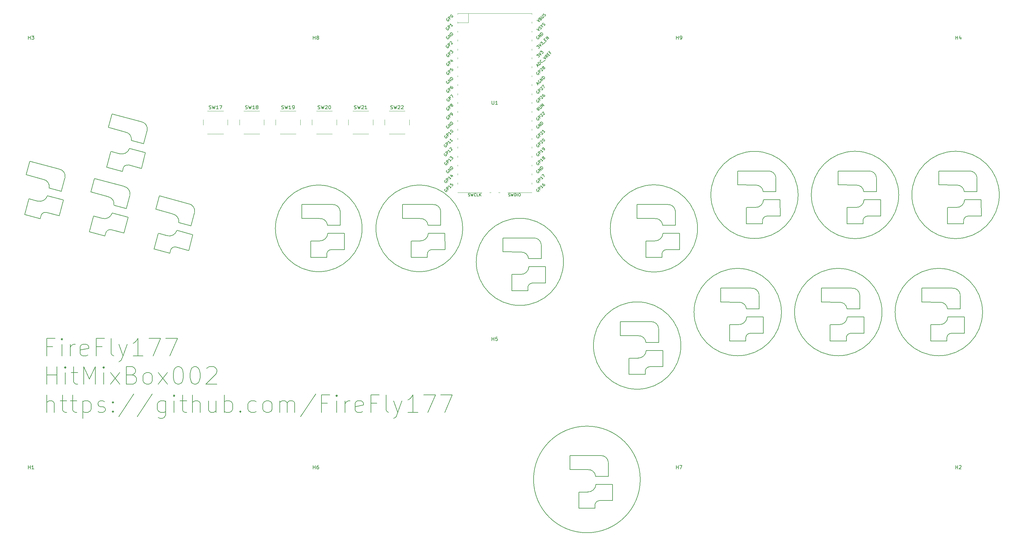
<source format=gto>
%TF.GenerationSoftware,KiCad,Pcbnew,(6.0.8)*%
%TF.CreationDate,2023-05-29T22:58:42+07:00*%
%TF.ProjectId,hitmixbox002,6869746d-6978-4626-9f78-3030322e6b69,rev?*%
%TF.SameCoordinates,Original*%
%TF.FileFunction,Legend,Top*%
%TF.FilePolarity,Positive*%
%FSLAX46Y46*%
G04 Gerber Fmt 4.6, Leading zero omitted, Abs format (unit mm)*
G04 Created by KiCad (PCBNEW (6.0.8)) date 2023-05-29 22:58:42*
%MOMM*%
%LPD*%
G01*
G04 APERTURE LIST*
%ADD10C,0.150000*%
%ADD11C,0.120000*%
G04 APERTURE END LIST*
D10*
X267192521Y-130968750D02*
G75*
G03*
X267192521Y-130968750I-12398771J0D01*
G01*
X229092521Y-140493750D02*
G75*
G03*
X229092521Y-140493750I-12398771J0D01*
G01*
X262455403Y-164306250D02*
G75*
G03*
X262455403Y-164306250I-12424153J0D01*
G01*
X319605403Y-154781250D02*
G75*
G03*
X319605403Y-154781250I-12424153J0D01*
G01*
X171866064Y-130968750D02*
G75*
G03*
X171866064Y-130968750I-12322314J0D01*
G01*
X295767521Y-121443750D02*
G75*
G03*
X295767521Y-121443750I-12398771J0D01*
G01*
X200441064Y-130968750D02*
G75*
G03*
X200441064Y-130968750I-12322314J0D01*
G01*
X352942903Y-121443750D02*
G75*
G03*
X352942903Y-121443750I-12424153J0D01*
G01*
X250908322Y-202406250D02*
G75*
G03*
X250908322Y-202406250I-15164572J0D01*
G01*
X348180403Y-154781250D02*
G75*
G03*
X348180403Y-154781250I-12424153J0D01*
G01*
X291030403Y-154781250D02*
G75*
G03*
X291030403Y-154781250I-12424153J0D01*
G01*
X324367903Y-121443750D02*
G75*
G03*
X324367903Y-121443750I-12424153J0D01*
G01*
X83917142Y-164630357D02*
X82250476Y-164630357D01*
X82250476Y-167249404D02*
X82250476Y-162249404D01*
X84631428Y-162249404D01*
X86536190Y-167249404D02*
X86536190Y-163916071D01*
X86536190Y-162249404D02*
X86298095Y-162487500D01*
X86536190Y-162725595D01*
X86774285Y-162487500D01*
X86536190Y-162249404D01*
X86536190Y-162725595D01*
X88917142Y-167249404D02*
X88917142Y-163916071D01*
X88917142Y-164868452D02*
X89155238Y-164392261D01*
X89393333Y-164154166D01*
X89869523Y-163916071D01*
X90345714Y-163916071D01*
X93917142Y-167011309D02*
X93440952Y-167249404D01*
X92488571Y-167249404D01*
X92012380Y-167011309D01*
X91774285Y-166535119D01*
X91774285Y-164630357D01*
X92012380Y-164154166D01*
X92488571Y-163916071D01*
X93440952Y-163916071D01*
X93917142Y-164154166D01*
X94155238Y-164630357D01*
X94155238Y-165106547D01*
X91774285Y-165582738D01*
X97964761Y-164630357D02*
X96298095Y-164630357D01*
X96298095Y-167249404D02*
X96298095Y-162249404D01*
X98679047Y-162249404D01*
X101298095Y-167249404D02*
X100821904Y-167011309D01*
X100583809Y-166535119D01*
X100583809Y-162249404D01*
X102726666Y-163916071D02*
X103917142Y-167249404D01*
X105107619Y-163916071D02*
X103917142Y-167249404D01*
X103440952Y-168439880D01*
X103202857Y-168677976D01*
X102726666Y-168916071D01*
X109631428Y-167249404D02*
X106774285Y-167249404D01*
X108202857Y-167249404D02*
X108202857Y-162249404D01*
X107726666Y-162963690D01*
X107250476Y-163439880D01*
X106774285Y-163677976D01*
X111298095Y-162249404D02*
X114631428Y-162249404D01*
X112488571Y-167249404D01*
X116060000Y-162249404D02*
X119393333Y-162249404D01*
X117250476Y-167249404D01*
X82250476Y-175299404D02*
X82250476Y-170299404D01*
X82250476Y-172680357D02*
X85107619Y-172680357D01*
X85107619Y-175299404D02*
X85107619Y-170299404D01*
X87488571Y-175299404D02*
X87488571Y-171966071D01*
X87488571Y-170299404D02*
X87250476Y-170537500D01*
X87488571Y-170775595D01*
X87726666Y-170537500D01*
X87488571Y-170299404D01*
X87488571Y-170775595D01*
X89155238Y-171966071D02*
X91060000Y-171966071D01*
X89869523Y-170299404D02*
X89869523Y-174585119D01*
X90107619Y-175061309D01*
X90583809Y-175299404D01*
X91060000Y-175299404D01*
X92726666Y-175299404D02*
X92726666Y-170299404D01*
X94393333Y-173870833D01*
X96060000Y-170299404D01*
X96060000Y-175299404D01*
X98440952Y-175299404D02*
X98440952Y-171966071D01*
X98440952Y-170299404D02*
X98202857Y-170537500D01*
X98440952Y-170775595D01*
X98679047Y-170537500D01*
X98440952Y-170299404D01*
X98440952Y-170775595D01*
X100345714Y-175299404D02*
X102964761Y-171966071D01*
X100345714Y-171966071D02*
X102964761Y-175299404D01*
X106536190Y-172680357D02*
X107250476Y-172918452D01*
X107488571Y-173156547D01*
X107726666Y-173632738D01*
X107726666Y-174347023D01*
X107488571Y-174823214D01*
X107250476Y-175061309D01*
X106774285Y-175299404D01*
X104869523Y-175299404D01*
X104869523Y-170299404D01*
X106536190Y-170299404D01*
X107012380Y-170537500D01*
X107250476Y-170775595D01*
X107488571Y-171251785D01*
X107488571Y-171727976D01*
X107250476Y-172204166D01*
X107012380Y-172442261D01*
X106536190Y-172680357D01*
X104869523Y-172680357D01*
X110583809Y-175299404D02*
X110107619Y-175061309D01*
X109869523Y-174823214D01*
X109631428Y-174347023D01*
X109631428Y-172918452D01*
X109869523Y-172442261D01*
X110107619Y-172204166D01*
X110583809Y-171966071D01*
X111298095Y-171966071D01*
X111774285Y-172204166D01*
X112012380Y-172442261D01*
X112250476Y-172918452D01*
X112250476Y-174347023D01*
X112012380Y-174823214D01*
X111774285Y-175061309D01*
X111298095Y-175299404D01*
X110583809Y-175299404D01*
X113917142Y-175299404D02*
X116536190Y-171966071D01*
X113917142Y-171966071D02*
X116536190Y-175299404D01*
X119393333Y-170299404D02*
X119869523Y-170299404D01*
X120345714Y-170537500D01*
X120583809Y-170775595D01*
X120821904Y-171251785D01*
X121060000Y-172204166D01*
X121060000Y-173394642D01*
X120821904Y-174347023D01*
X120583809Y-174823214D01*
X120345714Y-175061309D01*
X119869523Y-175299404D01*
X119393333Y-175299404D01*
X118917142Y-175061309D01*
X118679047Y-174823214D01*
X118440952Y-174347023D01*
X118202857Y-173394642D01*
X118202857Y-172204166D01*
X118440952Y-171251785D01*
X118679047Y-170775595D01*
X118917142Y-170537500D01*
X119393333Y-170299404D01*
X124155238Y-170299404D02*
X124631428Y-170299404D01*
X125107619Y-170537500D01*
X125345714Y-170775595D01*
X125583809Y-171251785D01*
X125821904Y-172204166D01*
X125821904Y-173394642D01*
X125583809Y-174347023D01*
X125345714Y-174823214D01*
X125107619Y-175061309D01*
X124631428Y-175299404D01*
X124155238Y-175299404D01*
X123679047Y-175061309D01*
X123440952Y-174823214D01*
X123202857Y-174347023D01*
X122964761Y-173394642D01*
X122964761Y-172204166D01*
X123202857Y-171251785D01*
X123440952Y-170775595D01*
X123679047Y-170537500D01*
X124155238Y-170299404D01*
X127726666Y-170775595D02*
X127964761Y-170537500D01*
X128440952Y-170299404D01*
X129631428Y-170299404D01*
X130107619Y-170537500D01*
X130345714Y-170775595D01*
X130583809Y-171251785D01*
X130583809Y-171727976D01*
X130345714Y-172442261D01*
X127488571Y-175299404D01*
X130583809Y-175299404D01*
X82250476Y-183349404D02*
X82250476Y-178349404D01*
X84393333Y-183349404D02*
X84393333Y-180730357D01*
X84155238Y-180254166D01*
X83679047Y-180016071D01*
X82964761Y-180016071D01*
X82488571Y-180254166D01*
X82250476Y-180492261D01*
X86060000Y-180016071D02*
X87964761Y-180016071D01*
X86774285Y-178349404D02*
X86774285Y-182635119D01*
X87012380Y-183111309D01*
X87488571Y-183349404D01*
X87964761Y-183349404D01*
X88917142Y-180016071D02*
X90821904Y-180016071D01*
X89631428Y-178349404D02*
X89631428Y-182635119D01*
X89869523Y-183111309D01*
X90345714Y-183349404D01*
X90821904Y-183349404D01*
X92488571Y-180016071D02*
X92488571Y-185016071D01*
X92488571Y-180254166D02*
X92964761Y-180016071D01*
X93917142Y-180016071D01*
X94393333Y-180254166D01*
X94631428Y-180492261D01*
X94869523Y-180968452D01*
X94869523Y-182397023D01*
X94631428Y-182873214D01*
X94393333Y-183111309D01*
X93917142Y-183349404D01*
X92964761Y-183349404D01*
X92488571Y-183111309D01*
X96774285Y-183111309D02*
X97250476Y-183349404D01*
X98202857Y-183349404D01*
X98679047Y-183111309D01*
X98917142Y-182635119D01*
X98917142Y-182397023D01*
X98679047Y-181920833D01*
X98202857Y-181682738D01*
X97488571Y-181682738D01*
X97012380Y-181444642D01*
X96774285Y-180968452D01*
X96774285Y-180730357D01*
X97012380Y-180254166D01*
X97488571Y-180016071D01*
X98202857Y-180016071D01*
X98679047Y-180254166D01*
X101060000Y-182873214D02*
X101298095Y-183111309D01*
X101060000Y-183349404D01*
X100821904Y-183111309D01*
X101060000Y-182873214D01*
X101060000Y-183349404D01*
X101060000Y-180254166D02*
X101298095Y-180492261D01*
X101060000Y-180730357D01*
X100821904Y-180492261D01*
X101060000Y-180254166D01*
X101060000Y-180730357D01*
X107012380Y-178111309D02*
X102726666Y-184539880D01*
X112250476Y-178111309D02*
X107964761Y-184539880D01*
X116060000Y-180016071D02*
X116060000Y-184063690D01*
X115821904Y-184539880D01*
X115583809Y-184777976D01*
X115107619Y-185016071D01*
X114393333Y-185016071D01*
X113917142Y-184777976D01*
X116060000Y-183111309D02*
X115583809Y-183349404D01*
X114631428Y-183349404D01*
X114155238Y-183111309D01*
X113917142Y-182873214D01*
X113679047Y-182397023D01*
X113679047Y-180968452D01*
X113917142Y-180492261D01*
X114155238Y-180254166D01*
X114631428Y-180016071D01*
X115583809Y-180016071D01*
X116060000Y-180254166D01*
X118440952Y-183349404D02*
X118440952Y-180016071D01*
X118440952Y-178349404D02*
X118202857Y-178587500D01*
X118440952Y-178825595D01*
X118679047Y-178587500D01*
X118440952Y-178349404D01*
X118440952Y-178825595D01*
X120107619Y-180016071D02*
X122012380Y-180016071D01*
X120821904Y-178349404D02*
X120821904Y-182635119D01*
X121060000Y-183111309D01*
X121536190Y-183349404D01*
X122012380Y-183349404D01*
X123679047Y-183349404D02*
X123679047Y-178349404D01*
X125821904Y-183349404D02*
X125821904Y-180730357D01*
X125583809Y-180254166D01*
X125107619Y-180016071D01*
X124393333Y-180016071D01*
X123917142Y-180254166D01*
X123679047Y-180492261D01*
X130345714Y-180016071D02*
X130345714Y-183349404D01*
X128202857Y-180016071D02*
X128202857Y-182635119D01*
X128440952Y-183111309D01*
X128917142Y-183349404D01*
X129631428Y-183349404D01*
X130107619Y-183111309D01*
X130345714Y-182873214D01*
X132726666Y-183349404D02*
X132726666Y-178349404D01*
X132726666Y-180254166D02*
X133202857Y-180016071D01*
X134155238Y-180016071D01*
X134631428Y-180254166D01*
X134869523Y-180492261D01*
X135107619Y-180968452D01*
X135107619Y-182397023D01*
X134869523Y-182873214D01*
X134631428Y-183111309D01*
X134155238Y-183349404D01*
X133202857Y-183349404D01*
X132726666Y-183111309D01*
X137250476Y-182873214D02*
X137488571Y-183111309D01*
X137250476Y-183349404D01*
X137012380Y-183111309D01*
X137250476Y-182873214D01*
X137250476Y-183349404D01*
X141774285Y-183111309D02*
X141298095Y-183349404D01*
X140345714Y-183349404D01*
X139869523Y-183111309D01*
X139631428Y-182873214D01*
X139393333Y-182397023D01*
X139393333Y-180968452D01*
X139631428Y-180492261D01*
X139869523Y-180254166D01*
X140345714Y-180016071D01*
X141298095Y-180016071D01*
X141774285Y-180254166D01*
X144631428Y-183349404D02*
X144155238Y-183111309D01*
X143917142Y-182873214D01*
X143679047Y-182397023D01*
X143679047Y-180968452D01*
X143917142Y-180492261D01*
X144155238Y-180254166D01*
X144631428Y-180016071D01*
X145345714Y-180016071D01*
X145821904Y-180254166D01*
X146060000Y-180492261D01*
X146298095Y-180968452D01*
X146298095Y-182397023D01*
X146060000Y-182873214D01*
X145821904Y-183111309D01*
X145345714Y-183349404D01*
X144631428Y-183349404D01*
X148440952Y-183349404D02*
X148440952Y-180016071D01*
X148440952Y-180492261D02*
X148679047Y-180254166D01*
X149155238Y-180016071D01*
X149869523Y-180016071D01*
X150345714Y-180254166D01*
X150583809Y-180730357D01*
X150583809Y-183349404D01*
X150583809Y-180730357D02*
X150821904Y-180254166D01*
X151298095Y-180016071D01*
X152012380Y-180016071D01*
X152488571Y-180254166D01*
X152726666Y-180730357D01*
X152726666Y-183349404D01*
X158679047Y-178111309D02*
X154393333Y-184539880D01*
X162012380Y-180730357D02*
X160345714Y-180730357D01*
X160345714Y-183349404D02*
X160345714Y-178349404D01*
X162726666Y-178349404D01*
X164631428Y-183349404D02*
X164631428Y-180016071D01*
X164631428Y-178349404D02*
X164393333Y-178587500D01*
X164631428Y-178825595D01*
X164869523Y-178587500D01*
X164631428Y-178349404D01*
X164631428Y-178825595D01*
X167012380Y-183349404D02*
X167012380Y-180016071D01*
X167012380Y-180968452D02*
X167250476Y-180492261D01*
X167488571Y-180254166D01*
X167964761Y-180016071D01*
X168440952Y-180016071D01*
X172012380Y-183111309D02*
X171536190Y-183349404D01*
X170583809Y-183349404D01*
X170107619Y-183111309D01*
X169869523Y-182635119D01*
X169869523Y-180730357D01*
X170107619Y-180254166D01*
X170583809Y-180016071D01*
X171536190Y-180016071D01*
X172012380Y-180254166D01*
X172250476Y-180730357D01*
X172250476Y-181206547D01*
X169869523Y-181682738D01*
X176059999Y-180730357D02*
X174393333Y-180730357D01*
X174393333Y-183349404D02*
X174393333Y-178349404D01*
X176774285Y-178349404D01*
X179393333Y-183349404D02*
X178917142Y-183111309D01*
X178679047Y-182635119D01*
X178679047Y-178349404D01*
X180821904Y-180016071D02*
X182012380Y-183349404D01*
X183202857Y-180016071D02*
X182012380Y-183349404D01*
X181536190Y-184539880D01*
X181298095Y-184777976D01*
X180821904Y-185016071D01*
X187726666Y-183349404D02*
X184869523Y-183349404D01*
X186298095Y-183349404D02*
X186298095Y-178349404D01*
X185821904Y-179063690D01*
X185345714Y-179539880D01*
X184869523Y-179777976D01*
X189393333Y-178349404D02*
X192726666Y-178349404D01*
X190583809Y-183349404D01*
X194155238Y-178349404D02*
X197488571Y-178349404D01*
X195345714Y-183349404D01*
%TO.C,H3*%
X77025595Y-77189880D02*
X77025595Y-76189880D01*
X77025595Y-76666071D02*
X77597023Y-76666071D01*
X77597023Y-77189880D02*
X77597023Y-76189880D01*
X77977976Y-76189880D02*
X78597023Y-76189880D01*
X78263690Y-76570833D01*
X78406547Y-76570833D01*
X78501785Y-76618452D01*
X78549404Y-76666071D01*
X78597023Y-76761309D01*
X78597023Y-76999404D01*
X78549404Y-77094642D01*
X78501785Y-77142261D01*
X78406547Y-77189880D01*
X78120833Y-77189880D01*
X78025595Y-77142261D01*
X77977976Y-77094642D01*
%TO.C,H7*%
X261175595Y-199427380D02*
X261175595Y-198427380D01*
X261175595Y-198903571D02*
X261747023Y-198903571D01*
X261747023Y-199427380D02*
X261747023Y-198427380D01*
X262127976Y-198427380D02*
X262794642Y-198427380D01*
X262366071Y-199427380D01*
%TO.C,SW21*%
X169640476Y-96960961D02*
X169783333Y-97008580D01*
X170021428Y-97008580D01*
X170116666Y-96960961D01*
X170164285Y-96913342D01*
X170211904Y-96818104D01*
X170211904Y-96722866D01*
X170164285Y-96627628D01*
X170116666Y-96580009D01*
X170021428Y-96532390D01*
X169830952Y-96484771D01*
X169735714Y-96437152D01*
X169688095Y-96389533D01*
X169640476Y-96294295D01*
X169640476Y-96199057D01*
X169688095Y-96103819D01*
X169735714Y-96056200D01*
X169830952Y-96008580D01*
X170069047Y-96008580D01*
X170211904Y-96056200D01*
X170545238Y-96008580D02*
X170783333Y-97008580D01*
X170973809Y-96294295D01*
X171164285Y-97008580D01*
X171402380Y-96008580D01*
X171735714Y-96103819D02*
X171783333Y-96056200D01*
X171878571Y-96008580D01*
X172116666Y-96008580D01*
X172211904Y-96056200D01*
X172259523Y-96103819D01*
X172307142Y-96199057D01*
X172307142Y-96294295D01*
X172259523Y-96437152D01*
X171688095Y-97008580D01*
X172307142Y-97008580D01*
X173259523Y-97008580D02*
X172688095Y-97008580D01*
X172973809Y-97008580D02*
X172973809Y-96008580D01*
X172878571Y-96151438D01*
X172783333Y-96246676D01*
X172688095Y-96294295D01*
%TO.C,SW22*%
X179959276Y-96960961D02*
X180102133Y-97008580D01*
X180340228Y-97008580D01*
X180435466Y-96960961D01*
X180483085Y-96913342D01*
X180530704Y-96818104D01*
X180530704Y-96722866D01*
X180483085Y-96627628D01*
X180435466Y-96580009D01*
X180340228Y-96532390D01*
X180149752Y-96484771D01*
X180054514Y-96437152D01*
X180006895Y-96389533D01*
X179959276Y-96294295D01*
X179959276Y-96199057D01*
X180006895Y-96103819D01*
X180054514Y-96056200D01*
X180149752Y-96008580D01*
X180387847Y-96008580D01*
X180530704Y-96056200D01*
X180864038Y-96008580D02*
X181102133Y-97008580D01*
X181292609Y-96294295D01*
X181483085Y-97008580D01*
X181721180Y-96008580D01*
X182054514Y-96103819D02*
X182102133Y-96056200D01*
X182197371Y-96008580D01*
X182435466Y-96008580D01*
X182530704Y-96056200D01*
X182578323Y-96103819D01*
X182625942Y-96199057D01*
X182625942Y-96294295D01*
X182578323Y-96437152D01*
X182006895Y-97008580D01*
X182625942Y-97008580D01*
X183006895Y-96103819D02*
X183054514Y-96056200D01*
X183149752Y-96008580D01*
X183387847Y-96008580D01*
X183483085Y-96056200D01*
X183530704Y-96103819D01*
X183578323Y-96199057D01*
X183578323Y-96294295D01*
X183530704Y-96437152D01*
X182959276Y-97008580D01*
X183578323Y-97008580D01*
%TO.C,H9*%
X261175595Y-77189880D02*
X261175595Y-76189880D01*
X261175595Y-76666071D02*
X261747023Y-76666071D01*
X261747023Y-77189880D02*
X261747023Y-76189880D01*
X262270833Y-77189880D02*
X262461309Y-77189880D01*
X262556547Y-77142261D01*
X262604166Y-77094642D01*
X262699404Y-76951785D01*
X262747023Y-76761309D01*
X262747023Y-76380357D01*
X262699404Y-76285119D01*
X262651785Y-76237500D01*
X262556547Y-76189880D01*
X262366071Y-76189880D01*
X262270833Y-76237500D01*
X262223214Y-76285119D01*
X262175595Y-76380357D01*
X262175595Y-76618452D01*
X262223214Y-76713690D01*
X262270833Y-76761309D01*
X262366071Y-76808928D01*
X262556547Y-76808928D01*
X262651785Y-76761309D01*
X262699404Y-76713690D01*
X262747023Y-76618452D01*
%TO.C,SW17*%
X128365476Y-96960961D02*
X128508333Y-97008580D01*
X128746428Y-97008580D01*
X128841666Y-96960961D01*
X128889285Y-96913342D01*
X128936904Y-96818104D01*
X128936904Y-96722866D01*
X128889285Y-96627628D01*
X128841666Y-96580009D01*
X128746428Y-96532390D01*
X128555952Y-96484771D01*
X128460714Y-96437152D01*
X128413095Y-96389533D01*
X128365476Y-96294295D01*
X128365476Y-96199057D01*
X128413095Y-96103819D01*
X128460714Y-96056200D01*
X128555952Y-96008580D01*
X128794047Y-96008580D01*
X128936904Y-96056200D01*
X129270238Y-96008580D02*
X129508333Y-97008580D01*
X129698809Y-96294295D01*
X129889285Y-97008580D01*
X130127380Y-96008580D01*
X131032142Y-97008580D02*
X130460714Y-97008580D01*
X130746428Y-97008580D02*
X130746428Y-96008580D01*
X130651190Y-96151438D01*
X130555952Y-96246676D01*
X130460714Y-96294295D01*
X131365476Y-96008580D02*
X132032142Y-96008580D01*
X131603571Y-97008580D01*
%TO.C,H5*%
X208788095Y-162914880D02*
X208788095Y-161914880D01*
X208788095Y-162391071D02*
X209359523Y-162391071D01*
X209359523Y-162914880D02*
X209359523Y-161914880D01*
X210311904Y-161914880D02*
X209835714Y-161914880D01*
X209788095Y-162391071D01*
X209835714Y-162343452D01*
X209930952Y-162295833D01*
X210169047Y-162295833D01*
X210264285Y-162343452D01*
X210311904Y-162391071D01*
X210359523Y-162486309D01*
X210359523Y-162724404D01*
X210311904Y-162819642D01*
X210264285Y-162867261D01*
X210169047Y-162914880D01*
X209930952Y-162914880D01*
X209835714Y-162867261D01*
X209788095Y-162819642D01*
%TO.C,H6*%
X157988095Y-199427380D02*
X157988095Y-198427380D01*
X157988095Y-198903571D02*
X158559523Y-198903571D01*
X158559523Y-199427380D02*
X158559523Y-198427380D01*
X159464285Y-198427380D02*
X159273809Y-198427380D01*
X159178571Y-198475000D01*
X159130952Y-198522619D01*
X159035714Y-198665476D01*
X158988095Y-198855952D01*
X158988095Y-199236904D01*
X159035714Y-199332142D01*
X159083333Y-199379761D01*
X159178571Y-199427380D01*
X159369047Y-199427380D01*
X159464285Y-199379761D01*
X159511904Y-199332142D01*
X159559523Y-199236904D01*
X159559523Y-198998809D01*
X159511904Y-198903571D01*
X159464285Y-198855952D01*
X159369047Y-198808333D01*
X159178571Y-198808333D01*
X159083333Y-198855952D01*
X159035714Y-198903571D01*
X158988095Y-198998809D01*
%TO.C,H8*%
X157988095Y-77189880D02*
X157988095Y-76189880D01*
X157988095Y-76666071D02*
X158559523Y-76666071D01*
X158559523Y-77189880D02*
X158559523Y-76189880D01*
X159178571Y-76618452D02*
X159083333Y-76570833D01*
X159035714Y-76523214D01*
X158988095Y-76427976D01*
X158988095Y-76380357D01*
X159035714Y-76285119D01*
X159083333Y-76237500D01*
X159178571Y-76189880D01*
X159369047Y-76189880D01*
X159464285Y-76237500D01*
X159511904Y-76285119D01*
X159559523Y-76380357D01*
X159559523Y-76427976D01*
X159511904Y-76523214D01*
X159464285Y-76570833D01*
X159369047Y-76618452D01*
X159178571Y-76618452D01*
X159083333Y-76666071D01*
X159035714Y-76713690D01*
X158988095Y-76808928D01*
X158988095Y-76999404D01*
X159035714Y-77094642D01*
X159083333Y-77142261D01*
X159178571Y-77189880D01*
X159369047Y-77189880D01*
X159464285Y-77142261D01*
X159511904Y-77094642D01*
X159559523Y-76999404D01*
X159559523Y-76808928D01*
X159511904Y-76713690D01*
X159464285Y-76666071D01*
X159369047Y-76618452D01*
%TO.C,H1*%
X77025595Y-199427380D02*
X77025595Y-198427380D01*
X77025595Y-198903571D02*
X77597023Y-198903571D01*
X77597023Y-199427380D02*
X77597023Y-198427380D01*
X78597023Y-199427380D02*
X78025595Y-199427380D01*
X78311309Y-199427380D02*
X78311309Y-198427380D01*
X78216071Y-198570238D01*
X78120833Y-198665476D01*
X78025595Y-198713095D01*
%TO.C,H2*%
X340550595Y-199427380D02*
X340550595Y-198427380D01*
X340550595Y-198903571D02*
X341122023Y-198903571D01*
X341122023Y-199427380D02*
X341122023Y-198427380D01*
X341550595Y-198522619D02*
X341598214Y-198475000D01*
X341693452Y-198427380D01*
X341931547Y-198427380D01*
X342026785Y-198475000D01*
X342074404Y-198522619D01*
X342122023Y-198617857D01*
X342122023Y-198713095D01*
X342074404Y-198855952D01*
X341502976Y-199427380D01*
X342122023Y-199427380D01*
%TO.C,U1*%
X208788095Y-94702380D02*
X208788095Y-95511904D01*
X208835714Y-95607142D01*
X208883333Y-95654761D01*
X208978571Y-95702380D01*
X209169047Y-95702380D01*
X209264285Y-95654761D01*
X209311904Y-95607142D01*
X209359523Y-95511904D01*
X209359523Y-94702380D01*
X210359523Y-95702380D02*
X209788095Y-95702380D01*
X210073809Y-95702380D02*
X210073809Y-94702380D01*
X209978571Y-94845238D01*
X209883333Y-94940476D01*
X209788095Y-94988095D01*
X221647722Y-117230592D02*
X221566910Y-117257529D01*
X221486097Y-117338341D01*
X221432223Y-117446091D01*
X221432223Y-117553841D01*
X221459160Y-117634653D01*
X221539972Y-117769340D01*
X221620784Y-117850152D01*
X221755471Y-117930964D01*
X221836284Y-117957902D01*
X221944033Y-117957902D01*
X222051783Y-117904027D01*
X222105658Y-117850152D01*
X222159532Y-117742402D01*
X222159532Y-117688528D01*
X221970971Y-117499966D01*
X221863221Y-117607715D01*
X222455844Y-117499966D02*
X221890158Y-116934280D01*
X222105658Y-116718781D01*
X222186470Y-116691844D01*
X222240345Y-116691844D01*
X222321157Y-116718781D01*
X222401969Y-116799593D01*
X222428906Y-116880406D01*
X222428906Y-116934280D01*
X222401969Y-117015093D01*
X222186470Y-117230592D01*
X223317841Y-116637969D02*
X222994592Y-116961218D01*
X223156216Y-116799593D02*
X222590531Y-116233908D01*
X222617468Y-116368595D01*
X222617468Y-116476345D01*
X222590531Y-116557157D01*
X222940717Y-115883722D02*
X223317841Y-115506598D01*
X223641089Y-116314720D01*
X196036158Y-76348155D02*
X195955346Y-76375093D01*
X195874534Y-76455905D01*
X195820659Y-76563654D01*
X195820659Y-76671404D01*
X195847597Y-76752216D01*
X195928409Y-76886903D01*
X196009221Y-76967715D01*
X196143908Y-77048528D01*
X196224720Y-77075465D01*
X196332470Y-77075465D01*
X196440219Y-77021590D01*
X196494094Y-76967715D01*
X196547969Y-76859966D01*
X196547969Y-76806091D01*
X196359407Y-76617529D01*
X196251658Y-76725279D01*
X196844280Y-76617529D02*
X196278595Y-76051844D01*
X197167529Y-76294280D01*
X196601844Y-75728595D01*
X197436903Y-76024906D02*
X196871218Y-75459221D01*
X197005905Y-75324534D01*
X197113654Y-75270659D01*
X197221404Y-75270659D01*
X197302216Y-75297597D01*
X197436903Y-75378409D01*
X197517715Y-75459221D01*
X197598528Y-75593908D01*
X197625465Y-75674720D01*
X197625465Y-75782470D01*
X197571590Y-75890219D01*
X197436903Y-76024906D01*
X221647722Y-112150592D02*
X221566910Y-112177529D01*
X221486097Y-112258341D01*
X221432223Y-112366091D01*
X221432223Y-112473841D01*
X221459160Y-112554653D01*
X221539972Y-112689340D01*
X221620784Y-112770152D01*
X221755471Y-112850964D01*
X221836284Y-112877902D01*
X221944033Y-112877902D01*
X222051783Y-112824027D01*
X222105658Y-112770152D01*
X222159532Y-112662402D01*
X222159532Y-112608528D01*
X221970971Y-112419966D01*
X221863221Y-112527715D01*
X222455844Y-112419966D02*
X221890158Y-111854280D01*
X222105658Y-111638781D01*
X222186470Y-111611844D01*
X222240345Y-111611844D01*
X222321157Y-111638781D01*
X222401969Y-111719593D01*
X222428906Y-111800406D01*
X222428906Y-111854280D01*
X222401969Y-111935093D01*
X222186470Y-112150592D01*
X223317841Y-111557969D02*
X222994592Y-111881218D01*
X223156216Y-111719593D02*
X222590531Y-111153908D01*
X222617468Y-111288595D01*
X222617468Y-111396345D01*
X222590531Y-111477157D01*
X223317841Y-110911471D02*
X223237028Y-110938409D01*
X223183154Y-110938409D01*
X223102341Y-110911471D01*
X223075404Y-110884534D01*
X223048467Y-110803722D01*
X223048467Y-110749847D01*
X223075404Y-110669035D01*
X223183154Y-110561285D01*
X223263966Y-110534348D01*
X223317841Y-110534348D01*
X223398653Y-110561285D01*
X223425590Y-110588223D01*
X223452528Y-110669035D01*
X223452528Y-110722910D01*
X223425590Y-110803722D01*
X223317841Y-110911471D01*
X223290903Y-110992284D01*
X223290903Y-111046158D01*
X223317841Y-111126971D01*
X223425590Y-111234720D01*
X223506402Y-111261658D01*
X223560277Y-111261658D01*
X223641089Y-111234720D01*
X223748839Y-111126971D01*
X223775776Y-111046158D01*
X223775776Y-110992284D01*
X223748839Y-110911471D01*
X223641089Y-110803722D01*
X223560277Y-110776784D01*
X223506402Y-110776784D01*
X223425590Y-110803722D01*
X221503129Y-71777309D02*
X222257377Y-72154433D01*
X221880253Y-71400186D01*
X222526751Y-71292436D02*
X222634500Y-71238561D01*
X222688375Y-71238561D01*
X222769187Y-71265499D01*
X222850000Y-71346311D01*
X222876937Y-71427123D01*
X222876937Y-71480998D01*
X222850000Y-71561810D01*
X222634500Y-71777309D01*
X222068815Y-71211624D01*
X222257377Y-71023062D01*
X222338189Y-70996125D01*
X222392064Y-70996125D01*
X222472876Y-71023062D01*
X222526751Y-71076937D01*
X222553688Y-71157749D01*
X222553688Y-71211624D01*
X222526751Y-71292436D01*
X222338189Y-71480998D01*
X222634500Y-70645938D02*
X223092436Y-71103874D01*
X223173248Y-71130812D01*
X223227123Y-71130812D01*
X223307935Y-71103874D01*
X223415685Y-70996125D01*
X223442622Y-70915312D01*
X223442622Y-70861438D01*
X223415685Y-70780625D01*
X222957749Y-70322690D01*
X223738934Y-70619001D02*
X223846683Y-70565126D01*
X223981370Y-70430439D01*
X224008308Y-70349627D01*
X224008308Y-70295752D01*
X223981370Y-70214940D01*
X223927496Y-70161065D01*
X223846683Y-70134128D01*
X223792809Y-70134128D01*
X223711996Y-70161065D01*
X223577309Y-70241877D01*
X223496497Y-70268815D01*
X223442622Y-70268815D01*
X223361810Y-70241877D01*
X223307935Y-70188003D01*
X223280998Y-70107190D01*
X223280998Y-70053316D01*
X223307935Y-69972503D01*
X223442622Y-69837816D01*
X223550372Y-69783942D01*
X196063096Y-99181218D02*
X195982284Y-99208155D01*
X195901471Y-99288967D01*
X195847597Y-99396717D01*
X195847597Y-99504467D01*
X195874534Y-99585279D01*
X195955346Y-99719966D01*
X196036158Y-99800778D01*
X196170845Y-99881590D01*
X196251658Y-99908528D01*
X196359407Y-99908528D01*
X196467157Y-99854653D01*
X196521032Y-99800778D01*
X196574906Y-99693028D01*
X196574906Y-99639154D01*
X196386345Y-99450592D01*
X196278595Y-99558341D01*
X196871218Y-99450592D02*
X196305532Y-98884906D01*
X196521032Y-98669407D01*
X196601844Y-98642470D01*
X196655719Y-98642470D01*
X196736531Y-98669407D01*
X196817343Y-98750219D01*
X196844280Y-98831032D01*
X196844280Y-98884906D01*
X196817343Y-98965719D01*
X196601844Y-99181218D01*
X197463841Y-98857969D02*
X197571590Y-98750219D01*
X197598528Y-98669407D01*
X197598528Y-98615532D01*
X197571590Y-98480845D01*
X197490778Y-98346158D01*
X197275279Y-98130659D01*
X197194467Y-98103722D01*
X197140592Y-98103722D01*
X197059780Y-98130659D01*
X196952030Y-98238409D01*
X196925093Y-98319221D01*
X196925093Y-98373096D01*
X196952030Y-98453908D01*
X197086717Y-98588595D01*
X197167529Y-98615532D01*
X197221404Y-98615532D01*
X197302216Y-98588595D01*
X197409966Y-98480845D01*
X197436903Y-98400033D01*
X197436903Y-98346158D01*
X197409966Y-98265346D01*
X221704788Y-84783773D02*
X221974162Y-84514399D01*
X221812537Y-84999272D02*
X221435414Y-84245025D01*
X222189661Y-84622149D01*
X222378223Y-84433587D02*
X221812537Y-83867902D01*
X221947224Y-83733215D01*
X222054974Y-83679340D01*
X222162723Y-83679340D01*
X222243536Y-83706277D01*
X222378223Y-83787089D01*
X222459035Y-83867902D01*
X222539847Y-84002589D01*
X222566784Y-84083401D01*
X222566784Y-84191150D01*
X222512910Y-84298900D01*
X222378223Y-84433587D01*
X223213282Y-83490778D02*
X223213282Y-83544653D01*
X223159407Y-83652402D01*
X223105532Y-83706277D01*
X222997783Y-83760152D01*
X222890033Y-83760152D01*
X222809221Y-83733215D01*
X222674534Y-83652402D01*
X222593722Y-83571590D01*
X222512910Y-83436903D01*
X222485972Y-83356091D01*
X222485972Y-83248341D01*
X222539847Y-83140592D01*
X222593722Y-83086717D01*
X222701471Y-83032842D01*
X222755346Y-83032842D01*
X223428781Y-83490778D02*
X223859780Y-83059780D01*
X223294094Y-82386345D02*
X224048341Y-82763468D01*
X223671218Y-82009221D01*
X224748714Y-82063096D02*
X224290778Y-81982284D01*
X224425465Y-82386345D02*
X223859780Y-81820659D01*
X224075279Y-81605160D01*
X224156091Y-81578223D01*
X224209966Y-81578223D01*
X224290778Y-81605160D01*
X224371590Y-81685972D01*
X224398528Y-81766784D01*
X224398528Y-81820659D01*
X224371590Y-81901471D01*
X224156091Y-82116971D01*
X224694839Y-81524348D02*
X224883401Y-81335786D01*
X225260524Y-81551285D02*
X224991150Y-81820659D01*
X224425465Y-81254974D01*
X224694839Y-80985600D01*
X225395211Y-80823975D02*
X225206650Y-81012537D01*
X225502961Y-81308849D02*
X224937276Y-80743163D01*
X225206650Y-80473789D01*
X221647722Y-91840592D02*
X221566910Y-91867529D01*
X221486097Y-91948341D01*
X221432223Y-92056091D01*
X221432223Y-92163841D01*
X221459160Y-92244653D01*
X221539972Y-92379340D01*
X221620784Y-92460152D01*
X221755471Y-92540964D01*
X221836284Y-92567902D01*
X221944033Y-92567902D01*
X222051783Y-92514027D01*
X222105658Y-92460152D01*
X222159532Y-92352402D01*
X222159532Y-92298528D01*
X221970971Y-92109966D01*
X221863221Y-92217715D01*
X222455844Y-92109966D02*
X221890158Y-91544280D01*
X222105658Y-91328781D01*
X222186470Y-91301844D01*
X222240345Y-91301844D01*
X222321157Y-91328781D01*
X222401969Y-91409593D01*
X222428906Y-91490406D01*
X222428906Y-91544280D01*
X222401969Y-91625093D01*
X222186470Y-91840592D01*
X222482781Y-91059407D02*
X222482781Y-91005532D01*
X222509719Y-90924720D01*
X222644406Y-90790033D01*
X222725218Y-90763096D01*
X222779093Y-90763096D01*
X222859905Y-90790033D01*
X222913780Y-90843908D01*
X222967654Y-90951658D01*
X222967654Y-91598155D01*
X223317841Y-91247969D01*
X222940717Y-90493722D02*
X223317841Y-90116598D01*
X223641089Y-90924720D01*
X221472131Y-79208308D02*
X221822317Y-78858122D01*
X221849255Y-79262183D01*
X221930067Y-79181370D01*
X222010879Y-79154433D01*
X222064754Y-79154433D01*
X222145566Y-79181370D01*
X222280253Y-79316057D01*
X222307190Y-79396870D01*
X222307190Y-79450744D01*
X222280253Y-79531557D01*
X222118629Y-79693181D01*
X222037816Y-79720118D01*
X221983942Y-79720118D01*
X221983942Y-78696497D02*
X222738189Y-79073621D01*
X222361065Y-78319374D01*
X222495752Y-78184687D02*
X222845938Y-77834500D01*
X222872876Y-78238561D01*
X222953688Y-78157749D01*
X223034500Y-78130812D01*
X223088375Y-78130812D01*
X223169187Y-78157749D01*
X223303874Y-78292436D01*
X223330812Y-78373248D01*
X223330812Y-78427123D01*
X223303874Y-78507935D01*
X223142250Y-78669560D01*
X223061438Y-78696497D01*
X223007563Y-78696497D01*
X223573248Y-78346311D02*
X224004247Y-77915312D01*
X223788748Y-77430439D02*
X223977309Y-77241877D01*
X224354433Y-77457377D02*
X224085059Y-77726751D01*
X223519374Y-77161065D01*
X223788748Y-76891691D01*
X224596870Y-77214940D02*
X224031184Y-76649255D01*
X224920118Y-76891691D01*
X224354433Y-76326006D01*
X221647722Y-109610592D02*
X221566910Y-109637529D01*
X221486097Y-109718341D01*
X221432223Y-109826091D01*
X221432223Y-109933841D01*
X221459160Y-110014653D01*
X221539972Y-110149340D01*
X221620784Y-110230152D01*
X221755471Y-110310964D01*
X221836284Y-110337902D01*
X221944033Y-110337902D01*
X222051783Y-110284027D01*
X222105658Y-110230152D01*
X222159532Y-110122402D01*
X222159532Y-110068528D01*
X221970971Y-109879966D01*
X221863221Y-109987715D01*
X222455844Y-109879966D02*
X221890158Y-109314280D01*
X222105658Y-109098781D01*
X222186470Y-109071844D01*
X222240345Y-109071844D01*
X222321157Y-109098781D01*
X222401969Y-109179593D01*
X222428906Y-109260406D01*
X222428906Y-109314280D01*
X222401969Y-109395093D01*
X222186470Y-109610592D01*
X223317841Y-109017969D02*
X222994592Y-109341218D01*
X223156216Y-109179593D02*
X222590531Y-108613908D01*
X222617468Y-108748595D01*
X222617468Y-108856345D01*
X222590531Y-108937157D01*
X223587215Y-108748595D02*
X223694964Y-108640845D01*
X223721902Y-108560033D01*
X223721902Y-108506158D01*
X223694964Y-108371471D01*
X223614152Y-108236784D01*
X223398653Y-108021285D01*
X223317841Y-107994348D01*
X223263966Y-107994348D01*
X223183154Y-108021285D01*
X223075404Y-108129035D01*
X223048467Y-108209847D01*
X223048467Y-108263722D01*
X223075404Y-108344534D01*
X223210091Y-108479221D01*
X223290903Y-108506158D01*
X223344778Y-108506158D01*
X223425590Y-108479221D01*
X223533340Y-108371471D01*
X223560277Y-108290659D01*
X223560277Y-108236784D01*
X223533340Y-108155972D01*
X222388375Y-97193435D02*
X221930439Y-97112622D01*
X222065126Y-97516683D02*
X221499441Y-96950998D01*
X221714940Y-96735499D01*
X221795752Y-96708561D01*
X221849627Y-96708561D01*
X221930439Y-96735499D01*
X222011251Y-96816311D01*
X222038189Y-96897123D01*
X222038189Y-96950998D01*
X222011251Y-97031810D01*
X221795752Y-97247309D01*
X222065126Y-96385312D02*
X222523062Y-96843248D01*
X222603874Y-96870186D01*
X222657749Y-96870186D01*
X222738561Y-96843248D01*
X222846311Y-96735499D01*
X222873248Y-96654687D01*
X222873248Y-96600812D01*
X222846311Y-96519999D01*
X222388375Y-96062064D01*
X223223435Y-96358375D02*
X222657749Y-95792690D01*
X223546683Y-96035126D01*
X222980998Y-95469441D01*
X196063096Y-81401218D02*
X195982284Y-81428155D01*
X195901471Y-81508967D01*
X195847597Y-81616717D01*
X195847597Y-81724467D01*
X195874534Y-81805279D01*
X195955346Y-81939966D01*
X196036158Y-82020778D01*
X196170845Y-82101590D01*
X196251658Y-82128528D01*
X196359407Y-82128528D01*
X196467157Y-82074653D01*
X196521032Y-82020778D01*
X196574906Y-81913028D01*
X196574906Y-81859154D01*
X196386345Y-81670592D01*
X196278595Y-81778341D01*
X196871218Y-81670592D02*
X196305532Y-81104906D01*
X196521032Y-80889407D01*
X196601844Y-80862470D01*
X196655719Y-80862470D01*
X196736531Y-80889407D01*
X196817343Y-80970219D01*
X196844280Y-81051032D01*
X196844280Y-81104906D01*
X196817343Y-81185719D01*
X196601844Y-81401218D01*
X196817343Y-80593096D02*
X197167529Y-80242910D01*
X197194467Y-80646971D01*
X197275279Y-80566158D01*
X197356091Y-80539221D01*
X197409966Y-80539221D01*
X197490778Y-80566158D01*
X197625465Y-80700845D01*
X197652402Y-80781658D01*
X197652402Y-80835532D01*
X197625465Y-80916345D01*
X197463841Y-81077969D01*
X197383028Y-81104906D01*
X197329154Y-81104906D01*
X195963096Y-78861218D02*
X195882284Y-78888155D01*
X195801471Y-78968967D01*
X195747597Y-79076717D01*
X195747597Y-79184467D01*
X195774534Y-79265279D01*
X195855346Y-79399966D01*
X195936158Y-79480778D01*
X196070845Y-79561590D01*
X196151658Y-79588528D01*
X196259407Y-79588528D01*
X196367157Y-79534653D01*
X196421032Y-79480778D01*
X196474906Y-79373028D01*
X196474906Y-79319154D01*
X196286345Y-79130592D01*
X196178595Y-79238341D01*
X196771218Y-79130592D02*
X196205532Y-78564906D01*
X196421032Y-78349407D01*
X196501844Y-78322470D01*
X196555719Y-78322470D01*
X196636531Y-78349407D01*
X196717343Y-78430219D01*
X196744280Y-78511032D01*
X196744280Y-78564906D01*
X196717343Y-78645719D01*
X196501844Y-78861218D01*
X196798155Y-78080033D02*
X196798155Y-78026158D01*
X196825093Y-77945346D01*
X196959780Y-77810659D01*
X197040592Y-77783722D01*
X197094467Y-77783722D01*
X197175279Y-77810659D01*
X197229154Y-77864534D01*
X197283028Y-77972284D01*
X197283028Y-78618781D01*
X197633215Y-78268595D01*
X195539722Y-112150592D02*
X195458910Y-112177529D01*
X195378097Y-112258341D01*
X195324223Y-112366091D01*
X195324223Y-112473841D01*
X195351160Y-112554653D01*
X195431972Y-112689340D01*
X195512784Y-112770152D01*
X195647471Y-112850964D01*
X195728284Y-112877902D01*
X195836033Y-112877902D01*
X195943783Y-112824027D01*
X195997658Y-112770152D01*
X196051532Y-112662402D01*
X196051532Y-112608528D01*
X195862971Y-112419966D01*
X195755221Y-112527715D01*
X196347844Y-112419966D02*
X195782158Y-111854280D01*
X195997658Y-111638781D01*
X196078470Y-111611844D01*
X196132345Y-111611844D01*
X196213157Y-111638781D01*
X196293969Y-111719593D01*
X196320906Y-111800406D01*
X196320906Y-111854280D01*
X196293969Y-111935093D01*
X196078470Y-112150592D01*
X197209841Y-111557969D02*
X196886592Y-111881218D01*
X197048216Y-111719593D02*
X196482531Y-111153908D01*
X196509468Y-111288595D01*
X196509468Y-111396345D01*
X196482531Y-111477157D01*
X196832717Y-110803722D02*
X197182903Y-110453536D01*
X197209841Y-110857597D01*
X197290653Y-110776784D01*
X197371465Y-110749847D01*
X197425340Y-110749847D01*
X197506152Y-110776784D01*
X197640839Y-110911471D01*
X197667776Y-110992284D01*
X197667776Y-111046158D01*
X197640839Y-111126971D01*
X197479215Y-111288595D01*
X197398402Y-111315532D01*
X197344528Y-111315532D01*
X195539722Y-104530592D02*
X195458910Y-104557529D01*
X195378097Y-104638341D01*
X195324223Y-104746091D01*
X195324223Y-104853841D01*
X195351160Y-104934653D01*
X195431972Y-105069340D01*
X195512784Y-105150152D01*
X195647471Y-105230964D01*
X195728284Y-105257902D01*
X195836033Y-105257902D01*
X195943783Y-105204027D01*
X195997658Y-105150152D01*
X196051532Y-105042402D01*
X196051532Y-104988528D01*
X195862971Y-104799966D01*
X195755221Y-104907715D01*
X196347844Y-104799966D02*
X195782158Y-104234280D01*
X195997658Y-104018781D01*
X196078470Y-103991844D01*
X196132345Y-103991844D01*
X196213157Y-104018781D01*
X196293969Y-104099593D01*
X196320906Y-104180406D01*
X196320906Y-104234280D01*
X196293969Y-104315093D01*
X196078470Y-104530592D01*
X197209841Y-103937969D02*
X196886592Y-104261218D01*
X197048216Y-104099593D02*
X196482531Y-103533908D01*
X196509468Y-103668595D01*
X196509468Y-103776345D01*
X196482531Y-103857157D01*
X196994341Y-103022097D02*
X197048216Y-102968223D01*
X197129028Y-102941285D01*
X197182903Y-102941285D01*
X197263715Y-102968223D01*
X197398402Y-103049035D01*
X197533089Y-103183722D01*
X197613902Y-103318409D01*
X197640839Y-103399221D01*
X197640839Y-103453096D01*
X197613902Y-103533908D01*
X197560027Y-103587783D01*
X197479215Y-103614720D01*
X197425340Y-103614720D01*
X197344528Y-103587783D01*
X197209841Y-103506971D01*
X197075154Y-103372284D01*
X196994341Y-103237597D01*
X196967404Y-103156784D01*
X196967404Y-103102910D01*
X196994341Y-103022097D01*
X221647722Y-94370592D02*
X221566910Y-94397529D01*
X221486097Y-94478341D01*
X221432223Y-94586091D01*
X221432223Y-94693841D01*
X221459160Y-94774653D01*
X221539972Y-94909340D01*
X221620784Y-94990152D01*
X221755471Y-95070964D01*
X221836284Y-95097902D01*
X221944033Y-95097902D01*
X222051783Y-95044027D01*
X222105658Y-94990152D01*
X222159532Y-94882402D01*
X222159532Y-94828528D01*
X221970971Y-94639966D01*
X221863221Y-94747715D01*
X222455844Y-94639966D02*
X221890158Y-94074280D01*
X222105658Y-93858781D01*
X222186470Y-93831844D01*
X222240345Y-93831844D01*
X222321157Y-93858781D01*
X222401969Y-93939593D01*
X222428906Y-94020406D01*
X222428906Y-94074280D01*
X222401969Y-94155093D01*
X222186470Y-94370592D01*
X222482781Y-93589407D02*
X222482781Y-93535532D01*
X222509719Y-93454720D01*
X222644406Y-93320033D01*
X222725218Y-93293096D01*
X222779093Y-93293096D01*
X222859905Y-93320033D01*
X222913780Y-93373908D01*
X222967654Y-93481658D01*
X222967654Y-94128155D01*
X223317841Y-93777969D01*
X223237028Y-92727410D02*
X223129279Y-92835160D01*
X223102341Y-92915972D01*
X223102341Y-92969847D01*
X223129279Y-93104534D01*
X223210091Y-93239221D01*
X223425590Y-93454720D01*
X223506402Y-93481658D01*
X223560277Y-93481658D01*
X223641089Y-93454720D01*
X223748839Y-93346971D01*
X223775776Y-93266158D01*
X223775776Y-93212284D01*
X223748839Y-93131471D01*
X223614152Y-92996784D01*
X223533340Y-92969847D01*
X223479465Y-92969847D01*
X223398653Y-92996784D01*
X223290903Y-93104534D01*
X223263966Y-93185346D01*
X223263966Y-93239221D01*
X223290903Y-93320033D01*
X196063096Y-71241218D02*
X195982284Y-71268155D01*
X195901471Y-71348967D01*
X195847597Y-71456717D01*
X195847597Y-71564467D01*
X195874534Y-71645279D01*
X195955346Y-71779966D01*
X196036158Y-71860778D01*
X196170845Y-71941590D01*
X196251658Y-71968528D01*
X196359407Y-71968528D01*
X196467157Y-71914653D01*
X196521032Y-71860778D01*
X196574906Y-71753028D01*
X196574906Y-71699154D01*
X196386345Y-71510592D01*
X196278595Y-71618341D01*
X196871218Y-71510592D02*
X196305532Y-70944906D01*
X196521032Y-70729407D01*
X196601844Y-70702470D01*
X196655719Y-70702470D01*
X196736531Y-70729407D01*
X196817343Y-70810219D01*
X196844280Y-70891032D01*
X196844280Y-70944906D01*
X196817343Y-71025719D01*
X196601844Y-71241218D01*
X196978967Y-70271471D02*
X197032842Y-70217597D01*
X197113654Y-70190659D01*
X197167529Y-70190659D01*
X197248341Y-70217597D01*
X197383028Y-70298409D01*
X197517715Y-70433096D01*
X197598528Y-70567783D01*
X197625465Y-70648595D01*
X197625465Y-70702470D01*
X197598528Y-70783282D01*
X197544653Y-70837157D01*
X197463841Y-70864094D01*
X197409966Y-70864094D01*
X197329154Y-70837157D01*
X197194467Y-70756345D01*
X197059780Y-70621658D01*
X196978967Y-70486971D01*
X196952030Y-70406158D01*
X196952030Y-70352284D01*
X196978967Y-70271471D01*
X221701597Y-89990964D02*
X221970971Y-89721590D01*
X221809346Y-90206463D02*
X221432223Y-89452216D01*
X222186470Y-89829340D01*
X222132595Y-88805719D02*
X222051783Y-88832656D01*
X221970971Y-88913468D01*
X221917096Y-89021218D01*
X221917096Y-89128967D01*
X221944033Y-89209780D01*
X222024845Y-89344467D01*
X222105658Y-89425279D01*
X222240345Y-89506091D01*
X222321157Y-89533028D01*
X222428906Y-89533028D01*
X222536656Y-89479154D01*
X222590531Y-89425279D01*
X222644406Y-89317529D01*
X222644406Y-89263654D01*
X222455844Y-89075093D01*
X222348094Y-89182842D01*
X222940717Y-89075093D02*
X222375032Y-88509407D01*
X223263966Y-88751844D01*
X222698280Y-88186158D01*
X223533340Y-88482470D02*
X222967654Y-87916784D01*
X223102341Y-87782097D01*
X223210091Y-87728223D01*
X223317841Y-87728223D01*
X223398653Y-87755160D01*
X223533340Y-87835972D01*
X223614152Y-87916784D01*
X223694964Y-88051471D01*
X223721902Y-88132284D01*
X223721902Y-88240033D01*
X223668027Y-88347783D01*
X223533340Y-88482470D01*
X196036158Y-114448155D02*
X195955346Y-114475093D01*
X195874534Y-114555905D01*
X195820659Y-114663654D01*
X195820659Y-114771404D01*
X195847597Y-114852216D01*
X195928409Y-114986903D01*
X196009221Y-115067715D01*
X196143908Y-115148528D01*
X196224720Y-115175465D01*
X196332470Y-115175465D01*
X196440219Y-115121590D01*
X196494094Y-115067715D01*
X196547969Y-114959966D01*
X196547969Y-114906091D01*
X196359407Y-114717529D01*
X196251658Y-114825279D01*
X196844280Y-114717529D02*
X196278595Y-114151844D01*
X197167529Y-114394280D01*
X196601844Y-113828595D01*
X197436903Y-114124906D02*
X196871218Y-113559221D01*
X197005905Y-113424534D01*
X197113654Y-113370659D01*
X197221404Y-113370659D01*
X197302216Y-113397597D01*
X197436903Y-113478409D01*
X197517715Y-113559221D01*
X197598528Y-113693908D01*
X197625465Y-113774720D01*
X197625465Y-113882470D01*
X197571590Y-113990219D01*
X197436903Y-114124906D01*
X195493722Y-117230592D02*
X195412910Y-117257529D01*
X195332097Y-117338341D01*
X195278223Y-117446091D01*
X195278223Y-117553841D01*
X195305160Y-117634653D01*
X195385972Y-117769340D01*
X195466784Y-117850152D01*
X195601471Y-117930964D01*
X195682284Y-117957902D01*
X195790033Y-117957902D01*
X195897783Y-117904027D01*
X195951658Y-117850152D01*
X196005532Y-117742402D01*
X196005532Y-117688528D01*
X195816971Y-117499966D01*
X195709221Y-117607715D01*
X196301844Y-117499966D02*
X195736158Y-116934280D01*
X195951658Y-116718781D01*
X196032470Y-116691844D01*
X196086345Y-116691844D01*
X196167157Y-116718781D01*
X196247969Y-116799593D01*
X196274906Y-116880406D01*
X196274906Y-116934280D01*
X196247969Y-117015093D01*
X196032470Y-117230592D01*
X197163841Y-116637969D02*
X196840592Y-116961218D01*
X197002216Y-116799593D02*
X196436531Y-116233908D01*
X196463468Y-116368595D01*
X196463468Y-116476345D01*
X196436531Y-116557157D01*
X197271590Y-115775972D02*
X197648714Y-116153096D01*
X196921404Y-115695160D02*
X197190778Y-116233908D01*
X197540964Y-115883722D01*
X213454761Y-121773809D02*
X213569047Y-121811904D01*
X213759523Y-121811904D01*
X213835714Y-121773809D01*
X213873809Y-121735714D01*
X213911904Y-121659523D01*
X213911904Y-121583333D01*
X213873809Y-121507142D01*
X213835714Y-121469047D01*
X213759523Y-121430952D01*
X213607142Y-121392857D01*
X213530952Y-121354761D01*
X213492857Y-121316666D01*
X213454761Y-121240476D01*
X213454761Y-121164285D01*
X213492857Y-121088095D01*
X213530952Y-121050000D01*
X213607142Y-121011904D01*
X213797619Y-121011904D01*
X213911904Y-121050000D01*
X214178571Y-121011904D02*
X214369047Y-121811904D01*
X214521428Y-121240476D01*
X214673809Y-121811904D01*
X214864285Y-121011904D01*
X215169047Y-121811904D02*
X215169047Y-121011904D01*
X215359523Y-121011904D01*
X215473809Y-121050000D01*
X215550000Y-121126190D01*
X215588095Y-121202380D01*
X215626190Y-121354761D01*
X215626190Y-121469047D01*
X215588095Y-121621428D01*
X215550000Y-121697619D01*
X215473809Y-121773809D01*
X215359523Y-121811904D01*
X215169047Y-121811904D01*
X215969047Y-121811904D02*
X215969047Y-121011904D01*
X216502380Y-121011904D02*
X216654761Y-121011904D01*
X216730952Y-121050000D01*
X216807142Y-121126190D01*
X216845238Y-121278571D01*
X216845238Y-121545238D01*
X216807142Y-121697619D01*
X216730952Y-121773809D01*
X216654761Y-121811904D01*
X216502380Y-121811904D01*
X216426190Y-121773809D01*
X216350000Y-121697619D01*
X216311904Y-121545238D01*
X216311904Y-121278571D01*
X216350000Y-121126190D01*
X216426190Y-121050000D01*
X216502380Y-121011904D01*
X196063096Y-86481218D02*
X195982284Y-86508155D01*
X195901471Y-86588967D01*
X195847597Y-86696717D01*
X195847597Y-86804467D01*
X195874534Y-86885279D01*
X195955346Y-87019966D01*
X196036158Y-87100778D01*
X196170845Y-87181590D01*
X196251658Y-87208528D01*
X196359407Y-87208528D01*
X196467157Y-87154653D01*
X196521032Y-87100778D01*
X196574906Y-86993028D01*
X196574906Y-86939154D01*
X196386345Y-86750592D01*
X196278595Y-86858341D01*
X196871218Y-86750592D02*
X196305532Y-86184906D01*
X196521032Y-85969407D01*
X196601844Y-85942470D01*
X196655719Y-85942470D01*
X196736531Y-85969407D01*
X196817343Y-86050219D01*
X196844280Y-86131032D01*
X196844280Y-86184906D01*
X196817343Y-86265719D01*
X196601844Y-86481218D01*
X197140592Y-85349847D02*
X196871218Y-85619221D01*
X197113654Y-85915532D01*
X197113654Y-85861658D01*
X197140592Y-85780845D01*
X197275279Y-85646158D01*
X197356091Y-85619221D01*
X197409966Y-85619221D01*
X197490778Y-85646158D01*
X197625465Y-85780845D01*
X197652402Y-85861658D01*
X197652402Y-85915532D01*
X197625465Y-85996345D01*
X197490778Y-86131032D01*
X197409966Y-86157969D01*
X197356091Y-86157969D01*
X196163096Y-94071218D02*
X196082284Y-94098155D01*
X196001471Y-94178967D01*
X195947597Y-94286717D01*
X195947597Y-94394467D01*
X195974534Y-94475279D01*
X196055346Y-94609966D01*
X196136158Y-94690778D01*
X196270845Y-94771590D01*
X196351658Y-94798528D01*
X196459407Y-94798528D01*
X196567157Y-94744653D01*
X196621032Y-94690778D01*
X196674906Y-94583028D01*
X196674906Y-94529154D01*
X196486345Y-94340592D01*
X196378595Y-94448341D01*
X196971218Y-94340592D02*
X196405532Y-93774906D01*
X196621032Y-93559407D01*
X196701844Y-93532470D01*
X196755719Y-93532470D01*
X196836531Y-93559407D01*
X196917343Y-93640219D01*
X196944280Y-93721032D01*
X196944280Y-93774906D01*
X196917343Y-93855719D01*
X196701844Y-94071218D01*
X196917343Y-93263096D02*
X197294467Y-92885972D01*
X197617715Y-93694094D01*
X195393722Y-109610592D02*
X195312910Y-109637529D01*
X195232097Y-109718341D01*
X195178223Y-109826091D01*
X195178223Y-109933841D01*
X195205160Y-110014653D01*
X195285972Y-110149340D01*
X195366784Y-110230152D01*
X195501471Y-110310964D01*
X195582284Y-110337902D01*
X195690033Y-110337902D01*
X195797783Y-110284027D01*
X195851658Y-110230152D01*
X195905532Y-110122402D01*
X195905532Y-110068528D01*
X195716971Y-109879966D01*
X195609221Y-109987715D01*
X196201844Y-109879966D02*
X195636158Y-109314280D01*
X195851658Y-109098781D01*
X195932470Y-109071844D01*
X195986345Y-109071844D01*
X196067157Y-109098781D01*
X196147969Y-109179593D01*
X196174906Y-109260406D01*
X196174906Y-109314280D01*
X196147969Y-109395093D01*
X195932470Y-109610592D01*
X197063841Y-109017969D02*
X196740592Y-109341218D01*
X196902216Y-109179593D02*
X196336531Y-108613908D01*
X196363468Y-108748595D01*
X196363468Y-108856345D01*
X196336531Y-108937157D01*
X196767529Y-108290659D02*
X196767529Y-108236784D01*
X196794467Y-108155972D01*
X196929154Y-108021285D01*
X197009966Y-107994348D01*
X197063841Y-107994348D01*
X197144653Y-108021285D01*
X197198528Y-108075160D01*
X197252402Y-108182910D01*
X197252402Y-108829407D01*
X197602589Y-108479221D01*
X221647722Y-104540592D02*
X221566910Y-104567529D01*
X221486097Y-104648341D01*
X221432223Y-104756091D01*
X221432223Y-104863841D01*
X221459160Y-104944653D01*
X221539972Y-105079340D01*
X221620784Y-105160152D01*
X221755471Y-105240964D01*
X221836284Y-105267902D01*
X221944033Y-105267902D01*
X222051783Y-105214027D01*
X222105658Y-105160152D01*
X222159532Y-105052402D01*
X222159532Y-104998528D01*
X221970971Y-104809966D01*
X221863221Y-104917715D01*
X222455844Y-104809966D02*
X221890158Y-104244280D01*
X222105658Y-104028781D01*
X222186470Y-104001844D01*
X222240345Y-104001844D01*
X222321157Y-104028781D01*
X222401969Y-104109593D01*
X222428906Y-104190406D01*
X222428906Y-104244280D01*
X222401969Y-104325093D01*
X222186470Y-104540592D01*
X222482781Y-103759407D02*
X222482781Y-103705532D01*
X222509719Y-103624720D01*
X222644406Y-103490033D01*
X222725218Y-103463096D01*
X222779093Y-103463096D01*
X222859905Y-103490033D01*
X222913780Y-103543908D01*
X222967654Y-103651658D01*
X222967654Y-104298155D01*
X223317841Y-103947969D01*
X223856589Y-103409221D02*
X223533340Y-103732470D01*
X223694964Y-103570845D02*
X223129279Y-103005160D01*
X223156216Y-103139847D01*
X223156216Y-103247597D01*
X223129279Y-103328409D01*
X221636158Y-114448155D02*
X221555346Y-114475093D01*
X221474534Y-114555905D01*
X221420659Y-114663654D01*
X221420659Y-114771404D01*
X221447597Y-114852216D01*
X221528409Y-114986903D01*
X221609221Y-115067715D01*
X221743908Y-115148528D01*
X221824720Y-115175465D01*
X221932470Y-115175465D01*
X222040219Y-115121590D01*
X222094094Y-115067715D01*
X222147969Y-114959966D01*
X222147969Y-114906091D01*
X221959407Y-114717529D01*
X221851658Y-114825279D01*
X222444280Y-114717529D02*
X221878595Y-114151844D01*
X222767529Y-114394280D01*
X222201844Y-113828595D01*
X223036903Y-114124906D02*
X222471218Y-113559221D01*
X222605905Y-113424534D01*
X222713654Y-113370659D01*
X222821404Y-113370659D01*
X222902216Y-113397597D01*
X223036903Y-113478409D01*
X223117715Y-113559221D01*
X223198528Y-113693908D01*
X223225465Y-113774720D01*
X223225465Y-113882470D01*
X223171590Y-113990219D01*
X223036903Y-114124906D01*
X196063096Y-96641218D02*
X195982284Y-96668155D01*
X195901471Y-96748967D01*
X195847597Y-96856717D01*
X195847597Y-96964467D01*
X195874534Y-97045279D01*
X195955346Y-97179966D01*
X196036158Y-97260778D01*
X196170845Y-97341590D01*
X196251658Y-97368528D01*
X196359407Y-97368528D01*
X196467157Y-97314653D01*
X196521032Y-97260778D01*
X196574906Y-97153028D01*
X196574906Y-97099154D01*
X196386345Y-96910592D01*
X196278595Y-97018341D01*
X196871218Y-96910592D02*
X196305532Y-96344906D01*
X196521032Y-96129407D01*
X196601844Y-96102470D01*
X196655719Y-96102470D01*
X196736531Y-96129407D01*
X196817343Y-96210219D01*
X196844280Y-96291032D01*
X196844280Y-96344906D01*
X196817343Y-96425719D01*
X196601844Y-96641218D01*
X197194467Y-95940845D02*
X197113654Y-95967783D01*
X197059780Y-95967783D01*
X196978967Y-95940845D01*
X196952030Y-95913908D01*
X196925093Y-95833096D01*
X196925093Y-95779221D01*
X196952030Y-95698409D01*
X197059780Y-95590659D01*
X197140592Y-95563722D01*
X197194467Y-95563722D01*
X197275279Y-95590659D01*
X197302216Y-95617597D01*
X197329154Y-95698409D01*
X197329154Y-95752284D01*
X197302216Y-95833096D01*
X197194467Y-95940845D01*
X197167529Y-96021658D01*
X197167529Y-96075532D01*
X197194467Y-96156345D01*
X197302216Y-96264094D01*
X197383028Y-96291032D01*
X197436903Y-96291032D01*
X197517715Y-96264094D01*
X197625465Y-96156345D01*
X197652402Y-96075532D01*
X197652402Y-96021658D01*
X197625465Y-95940845D01*
X197517715Y-95833096D01*
X197436903Y-95806158D01*
X197383028Y-95806158D01*
X197302216Y-95833096D01*
X196063096Y-83941218D02*
X195982284Y-83968155D01*
X195901471Y-84048967D01*
X195847597Y-84156717D01*
X195847597Y-84264467D01*
X195874534Y-84345279D01*
X195955346Y-84479966D01*
X196036158Y-84560778D01*
X196170845Y-84641590D01*
X196251658Y-84668528D01*
X196359407Y-84668528D01*
X196467157Y-84614653D01*
X196521032Y-84560778D01*
X196574906Y-84453028D01*
X196574906Y-84399154D01*
X196386345Y-84210592D01*
X196278595Y-84318341D01*
X196871218Y-84210592D02*
X196305532Y-83644906D01*
X196521032Y-83429407D01*
X196601844Y-83402470D01*
X196655719Y-83402470D01*
X196736531Y-83429407D01*
X196817343Y-83510219D01*
X196844280Y-83591032D01*
X196844280Y-83644906D01*
X196817343Y-83725719D01*
X196601844Y-83941218D01*
X197302216Y-83025346D02*
X197679340Y-83402470D01*
X196952030Y-82944534D02*
X197221404Y-83483282D01*
X197571590Y-83133096D01*
X221636158Y-101748155D02*
X221555346Y-101775093D01*
X221474534Y-101855905D01*
X221420659Y-101963654D01*
X221420659Y-102071404D01*
X221447597Y-102152216D01*
X221528409Y-102286903D01*
X221609221Y-102367715D01*
X221743908Y-102448528D01*
X221824720Y-102475465D01*
X221932470Y-102475465D01*
X222040219Y-102421590D01*
X222094094Y-102367715D01*
X222147969Y-102259966D01*
X222147969Y-102206091D01*
X221959407Y-102017529D01*
X221851658Y-102125279D01*
X222444280Y-102017529D02*
X221878595Y-101451844D01*
X222767529Y-101694280D01*
X222201844Y-101128595D01*
X223036903Y-101424906D02*
X222471218Y-100859221D01*
X222605905Y-100724534D01*
X222713654Y-100670659D01*
X222821404Y-100670659D01*
X222902216Y-100697597D01*
X223036903Y-100778409D01*
X223117715Y-100859221D01*
X223198528Y-100993908D01*
X223225465Y-101074720D01*
X223225465Y-101182470D01*
X223171590Y-101290219D01*
X223036903Y-101424906D01*
X202040476Y-121773809D02*
X202154761Y-121811904D01*
X202345238Y-121811904D01*
X202421428Y-121773809D01*
X202459523Y-121735714D01*
X202497619Y-121659523D01*
X202497619Y-121583333D01*
X202459523Y-121507142D01*
X202421428Y-121469047D01*
X202345238Y-121430952D01*
X202192857Y-121392857D01*
X202116666Y-121354761D01*
X202078571Y-121316666D01*
X202040476Y-121240476D01*
X202040476Y-121164285D01*
X202078571Y-121088095D01*
X202116666Y-121050000D01*
X202192857Y-121011904D01*
X202383333Y-121011904D01*
X202497619Y-121050000D01*
X202764285Y-121011904D02*
X202954761Y-121811904D01*
X203107142Y-121240476D01*
X203259523Y-121811904D01*
X203450000Y-121011904D01*
X204211904Y-121735714D02*
X204173809Y-121773809D01*
X204059523Y-121811904D01*
X203983333Y-121811904D01*
X203869047Y-121773809D01*
X203792857Y-121697619D01*
X203754761Y-121621428D01*
X203716666Y-121469047D01*
X203716666Y-121354761D01*
X203754761Y-121202380D01*
X203792857Y-121126190D01*
X203869047Y-121050000D01*
X203983333Y-121011904D01*
X204059523Y-121011904D01*
X204173809Y-121050000D01*
X204211904Y-121088095D01*
X204935714Y-121811904D02*
X204554761Y-121811904D01*
X204554761Y-121011904D01*
X205202380Y-121811904D02*
X205202380Y-121011904D01*
X205659523Y-121811904D02*
X205316666Y-121354761D01*
X205659523Y-121011904D02*
X205202380Y-121469047D01*
X195539722Y-119770592D02*
X195458910Y-119797529D01*
X195378097Y-119878341D01*
X195324223Y-119986091D01*
X195324223Y-120093841D01*
X195351160Y-120174653D01*
X195431972Y-120309340D01*
X195512784Y-120390152D01*
X195647471Y-120470964D01*
X195728284Y-120497902D01*
X195836033Y-120497902D01*
X195943783Y-120444027D01*
X195997658Y-120390152D01*
X196051532Y-120282402D01*
X196051532Y-120228528D01*
X195862971Y-120039966D01*
X195755221Y-120147715D01*
X196347844Y-120039966D02*
X195782158Y-119474280D01*
X195997658Y-119258781D01*
X196078470Y-119231844D01*
X196132345Y-119231844D01*
X196213157Y-119258781D01*
X196293969Y-119339593D01*
X196320906Y-119420406D01*
X196320906Y-119474280D01*
X196293969Y-119555093D01*
X196078470Y-119770592D01*
X197209841Y-119177969D02*
X196886592Y-119501218D01*
X197048216Y-119339593D02*
X196482531Y-118773908D01*
X196509468Y-118908595D01*
X196509468Y-119016345D01*
X196482531Y-119097157D01*
X197155966Y-118100473D02*
X196886592Y-118369847D01*
X197129028Y-118666158D01*
X197129028Y-118612284D01*
X197155966Y-118531471D01*
X197290653Y-118396784D01*
X197371465Y-118369847D01*
X197425340Y-118369847D01*
X197506152Y-118396784D01*
X197640839Y-118531471D01*
X197667776Y-118612284D01*
X197667776Y-118666158D01*
X197640839Y-118746971D01*
X197506152Y-118881658D01*
X197425340Y-118908595D01*
X197371465Y-118908595D01*
X221647722Y-99450592D02*
X221566910Y-99477529D01*
X221486097Y-99558341D01*
X221432223Y-99666091D01*
X221432223Y-99773841D01*
X221459160Y-99854653D01*
X221539972Y-99989340D01*
X221620784Y-100070152D01*
X221755471Y-100150964D01*
X221836284Y-100177902D01*
X221944033Y-100177902D01*
X222051783Y-100124027D01*
X222105658Y-100070152D01*
X222159532Y-99962402D01*
X222159532Y-99908528D01*
X221970971Y-99719966D01*
X221863221Y-99827715D01*
X222455844Y-99719966D02*
X221890158Y-99154280D01*
X222105658Y-98938781D01*
X222186470Y-98911844D01*
X222240345Y-98911844D01*
X222321157Y-98938781D01*
X222401969Y-99019593D01*
X222428906Y-99100406D01*
X222428906Y-99154280D01*
X222401969Y-99235093D01*
X222186470Y-99450592D01*
X222482781Y-98669407D02*
X222482781Y-98615532D01*
X222509719Y-98534720D01*
X222644406Y-98400033D01*
X222725218Y-98373096D01*
X222779093Y-98373096D01*
X222859905Y-98400033D01*
X222913780Y-98453908D01*
X222967654Y-98561658D01*
X222967654Y-99208155D01*
X223317841Y-98857969D01*
X223021529Y-98130659D02*
X223021529Y-98076784D01*
X223048467Y-97995972D01*
X223183154Y-97861285D01*
X223263966Y-97834348D01*
X223317841Y-97834348D01*
X223398653Y-97861285D01*
X223452528Y-97915160D01*
X223506402Y-98022910D01*
X223506402Y-98669407D01*
X223856589Y-98319221D01*
X221647722Y-119770592D02*
X221566910Y-119797529D01*
X221486097Y-119878341D01*
X221432223Y-119986091D01*
X221432223Y-120093841D01*
X221459160Y-120174653D01*
X221539972Y-120309340D01*
X221620784Y-120390152D01*
X221755471Y-120470964D01*
X221836284Y-120497902D01*
X221944033Y-120497902D01*
X222051783Y-120444027D01*
X222105658Y-120390152D01*
X222159532Y-120282402D01*
X222159532Y-120228528D01*
X221970971Y-120039966D01*
X221863221Y-120147715D01*
X222455844Y-120039966D02*
X221890158Y-119474280D01*
X222105658Y-119258781D01*
X222186470Y-119231844D01*
X222240345Y-119231844D01*
X222321157Y-119258781D01*
X222401969Y-119339593D01*
X222428906Y-119420406D01*
X222428906Y-119474280D01*
X222401969Y-119555093D01*
X222186470Y-119770592D01*
X223317841Y-119177969D02*
X222994592Y-119501218D01*
X223156216Y-119339593D02*
X222590531Y-118773908D01*
X222617468Y-118908595D01*
X222617468Y-119016345D01*
X222590531Y-119097157D01*
X223237028Y-118127410D02*
X223129279Y-118235160D01*
X223102341Y-118315972D01*
X223102341Y-118369847D01*
X223129279Y-118504534D01*
X223210091Y-118639221D01*
X223425590Y-118854720D01*
X223506402Y-118881658D01*
X223560277Y-118881658D01*
X223641089Y-118854720D01*
X223748839Y-118746971D01*
X223775776Y-118666158D01*
X223775776Y-118612284D01*
X223748839Y-118531471D01*
X223614152Y-118396784D01*
X223533340Y-118369847D01*
X223479465Y-118369847D01*
X223398653Y-118396784D01*
X223290903Y-118504534D01*
X223263966Y-118585346D01*
X223263966Y-118639221D01*
X223290903Y-118720033D01*
X221636158Y-76348155D02*
X221555346Y-76375093D01*
X221474534Y-76455905D01*
X221420659Y-76563654D01*
X221420659Y-76671404D01*
X221447597Y-76752216D01*
X221528409Y-76886903D01*
X221609221Y-76967715D01*
X221743908Y-77048528D01*
X221824720Y-77075465D01*
X221932470Y-77075465D01*
X222040219Y-77021590D01*
X222094094Y-76967715D01*
X222147969Y-76859966D01*
X222147969Y-76806091D01*
X221959407Y-76617529D01*
X221851658Y-76725279D01*
X222444280Y-76617529D02*
X221878595Y-76051844D01*
X222767529Y-76294280D01*
X222201844Y-75728595D01*
X223036903Y-76024906D02*
X222471218Y-75459221D01*
X222605905Y-75324534D01*
X222713654Y-75270659D01*
X222821404Y-75270659D01*
X222902216Y-75297597D01*
X223036903Y-75378409D01*
X223117715Y-75459221D01*
X223198528Y-75593908D01*
X223225465Y-75674720D01*
X223225465Y-75782470D01*
X223171590Y-75890219D01*
X223036903Y-76024906D01*
X196036158Y-89048155D02*
X195955346Y-89075093D01*
X195874534Y-89155905D01*
X195820659Y-89263654D01*
X195820659Y-89371404D01*
X195847597Y-89452216D01*
X195928409Y-89586903D01*
X196009221Y-89667715D01*
X196143908Y-89748528D01*
X196224720Y-89775465D01*
X196332470Y-89775465D01*
X196440219Y-89721590D01*
X196494094Y-89667715D01*
X196547969Y-89559966D01*
X196547969Y-89506091D01*
X196359407Y-89317529D01*
X196251658Y-89425279D01*
X196844280Y-89317529D02*
X196278595Y-88751844D01*
X197167529Y-88994280D01*
X196601844Y-88428595D01*
X197436903Y-88724906D02*
X196871218Y-88159221D01*
X197005905Y-88024534D01*
X197113654Y-87970659D01*
X197221404Y-87970659D01*
X197302216Y-87997597D01*
X197436903Y-88078409D01*
X197517715Y-88159221D01*
X197598528Y-88293908D01*
X197625465Y-88374720D01*
X197625465Y-88482470D01*
X197571590Y-88590219D01*
X197436903Y-88724906D01*
X196063096Y-91561218D02*
X195982284Y-91588155D01*
X195901471Y-91668967D01*
X195847597Y-91776717D01*
X195847597Y-91884467D01*
X195874534Y-91965279D01*
X195955346Y-92099966D01*
X196036158Y-92180778D01*
X196170845Y-92261590D01*
X196251658Y-92288528D01*
X196359407Y-92288528D01*
X196467157Y-92234653D01*
X196521032Y-92180778D01*
X196574906Y-92073028D01*
X196574906Y-92019154D01*
X196386345Y-91830592D01*
X196278595Y-91938341D01*
X196871218Y-91830592D02*
X196305532Y-91264906D01*
X196521032Y-91049407D01*
X196601844Y-91022470D01*
X196655719Y-91022470D01*
X196736531Y-91049407D01*
X196817343Y-91130219D01*
X196844280Y-91211032D01*
X196844280Y-91264906D01*
X196817343Y-91345719D01*
X196601844Y-91561218D01*
X197113654Y-90456784D02*
X197005905Y-90564534D01*
X196978967Y-90645346D01*
X196978967Y-90699221D01*
X197005905Y-90833908D01*
X197086717Y-90968595D01*
X197302216Y-91184094D01*
X197383028Y-91211032D01*
X197436903Y-91211032D01*
X197517715Y-91184094D01*
X197625465Y-91076345D01*
X197652402Y-90995532D01*
X197652402Y-90941658D01*
X197625465Y-90860845D01*
X197490778Y-90726158D01*
X197409966Y-90699221D01*
X197356091Y-90699221D01*
X197275279Y-90726158D01*
X197167529Y-90833908D01*
X197140592Y-90914720D01*
X197140592Y-90968595D01*
X197167529Y-91049407D01*
X221647722Y-107070592D02*
X221566910Y-107097529D01*
X221486097Y-107178341D01*
X221432223Y-107286091D01*
X221432223Y-107393841D01*
X221459160Y-107474653D01*
X221539972Y-107609340D01*
X221620784Y-107690152D01*
X221755471Y-107770964D01*
X221836284Y-107797902D01*
X221944033Y-107797902D01*
X222051783Y-107744027D01*
X222105658Y-107690152D01*
X222159532Y-107582402D01*
X222159532Y-107528528D01*
X221970971Y-107339966D01*
X221863221Y-107447715D01*
X222455844Y-107339966D02*
X221890158Y-106774280D01*
X222105658Y-106558781D01*
X222186470Y-106531844D01*
X222240345Y-106531844D01*
X222321157Y-106558781D01*
X222401969Y-106639593D01*
X222428906Y-106720406D01*
X222428906Y-106774280D01*
X222401969Y-106855093D01*
X222186470Y-107070592D01*
X222482781Y-106289407D02*
X222482781Y-106235532D01*
X222509719Y-106154720D01*
X222644406Y-106020033D01*
X222725218Y-105993096D01*
X222779093Y-105993096D01*
X222859905Y-106020033D01*
X222913780Y-106073908D01*
X222967654Y-106181658D01*
X222967654Y-106828155D01*
X223317841Y-106477969D01*
X223102341Y-105562097D02*
X223156216Y-105508223D01*
X223237028Y-105481285D01*
X223290903Y-105481285D01*
X223371715Y-105508223D01*
X223506402Y-105589035D01*
X223641089Y-105723722D01*
X223721902Y-105858409D01*
X223748839Y-105939221D01*
X223748839Y-105993096D01*
X223721902Y-106073908D01*
X223668027Y-106127783D01*
X223587215Y-106154720D01*
X223533340Y-106154720D01*
X223452528Y-106127783D01*
X223317841Y-106046971D01*
X223183154Y-105912284D01*
X223102341Y-105777597D01*
X223075404Y-105696784D01*
X223075404Y-105642910D01*
X223102341Y-105562097D01*
X195393722Y-107070592D02*
X195312910Y-107097529D01*
X195232097Y-107178341D01*
X195178223Y-107286091D01*
X195178223Y-107393841D01*
X195205160Y-107474653D01*
X195285972Y-107609340D01*
X195366784Y-107690152D01*
X195501471Y-107770964D01*
X195582284Y-107797902D01*
X195690033Y-107797902D01*
X195797783Y-107744027D01*
X195851658Y-107690152D01*
X195905532Y-107582402D01*
X195905532Y-107528528D01*
X195716971Y-107339966D01*
X195609221Y-107447715D01*
X196201844Y-107339966D02*
X195636158Y-106774280D01*
X195851658Y-106558781D01*
X195932470Y-106531844D01*
X195986345Y-106531844D01*
X196067157Y-106558781D01*
X196147969Y-106639593D01*
X196174906Y-106720406D01*
X196174906Y-106774280D01*
X196147969Y-106855093D01*
X195932470Y-107070592D01*
X197063841Y-106477969D02*
X196740592Y-106801218D01*
X196902216Y-106639593D02*
X196336531Y-106073908D01*
X196363468Y-106208595D01*
X196363468Y-106316345D01*
X196336531Y-106397157D01*
X197602589Y-105939221D02*
X197279340Y-106262470D01*
X197440964Y-106100845D02*
X196875279Y-105535160D01*
X196902216Y-105669847D01*
X196902216Y-105777597D01*
X196875279Y-105858409D01*
X221647722Y-86496592D02*
X221566910Y-86523529D01*
X221486097Y-86604341D01*
X221432223Y-86712091D01*
X221432223Y-86819841D01*
X221459160Y-86900653D01*
X221539972Y-87035340D01*
X221620784Y-87116152D01*
X221755471Y-87196964D01*
X221836284Y-87223902D01*
X221944033Y-87223902D01*
X222051783Y-87170027D01*
X222105658Y-87116152D01*
X222159532Y-87008402D01*
X222159532Y-86954528D01*
X221970971Y-86765966D01*
X221863221Y-86873715D01*
X222455844Y-86765966D02*
X221890158Y-86200280D01*
X222105658Y-85984781D01*
X222186470Y-85957844D01*
X222240345Y-85957844D01*
X222321157Y-85984781D01*
X222401969Y-86065593D01*
X222428906Y-86146406D01*
X222428906Y-86200280D01*
X222401969Y-86281093D01*
X222186470Y-86496592D01*
X222482781Y-85715407D02*
X222482781Y-85661532D01*
X222509719Y-85580720D01*
X222644406Y-85446033D01*
X222725218Y-85419096D01*
X222779093Y-85419096D01*
X222859905Y-85446033D01*
X222913780Y-85499908D01*
X222967654Y-85607658D01*
X222967654Y-86254155D01*
X223317841Y-85903969D01*
X223317841Y-85257471D02*
X223237028Y-85284409D01*
X223183154Y-85284409D01*
X223102341Y-85257471D01*
X223075404Y-85230534D01*
X223048467Y-85149722D01*
X223048467Y-85095847D01*
X223075404Y-85015035D01*
X223183154Y-84907285D01*
X223263966Y-84880348D01*
X223317841Y-84880348D01*
X223398653Y-84907285D01*
X223425590Y-84934223D01*
X223452528Y-85015035D01*
X223452528Y-85068910D01*
X223425590Y-85149722D01*
X223317841Y-85257471D01*
X223290903Y-85338284D01*
X223290903Y-85392158D01*
X223317841Y-85472971D01*
X223425590Y-85580720D01*
X223506402Y-85607658D01*
X223560277Y-85607658D01*
X223641089Y-85580720D01*
X223748839Y-85472971D01*
X223775776Y-85392158D01*
X223775776Y-85338284D01*
X223748839Y-85257471D01*
X223641089Y-85149722D01*
X223560277Y-85122784D01*
X223506402Y-85122784D01*
X223425590Y-85149722D01*
X221439847Y-81740592D02*
X221790033Y-81390406D01*
X221816971Y-81794467D01*
X221897783Y-81713654D01*
X221978595Y-81686717D01*
X222032470Y-81686717D01*
X222113282Y-81713654D01*
X222247969Y-81848341D01*
X222274906Y-81929154D01*
X222274906Y-81983028D01*
X222247969Y-82063841D01*
X222086345Y-82225465D01*
X222005532Y-82252402D01*
X221951658Y-82252402D01*
X221951658Y-81228781D02*
X222705905Y-81605905D01*
X222328781Y-80851658D01*
X222463468Y-80716971D02*
X222813654Y-80366784D01*
X222840592Y-80770845D01*
X222921404Y-80690033D01*
X223002216Y-80663096D01*
X223056091Y-80663096D01*
X223136903Y-80690033D01*
X223271590Y-80824720D01*
X223298528Y-80905532D01*
X223298528Y-80959407D01*
X223271590Y-81040219D01*
X223109966Y-81201844D01*
X223029154Y-81228781D01*
X222975279Y-81228781D01*
X195963096Y-73771218D02*
X195882284Y-73798155D01*
X195801471Y-73878967D01*
X195747597Y-73986717D01*
X195747597Y-74094467D01*
X195774534Y-74175279D01*
X195855346Y-74309966D01*
X195936158Y-74390778D01*
X196070845Y-74471590D01*
X196151658Y-74498528D01*
X196259407Y-74498528D01*
X196367157Y-74444653D01*
X196421032Y-74390778D01*
X196474906Y-74283028D01*
X196474906Y-74229154D01*
X196286345Y-74040592D01*
X196178595Y-74148341D01*
X196771218Y-74040592D02*
X196205532Y-73474906D01*
X196421032Y-73259407D01*
X196501844Y-73232470D01*
X196555719Y-73232470D01*
X196636531Y-73259407D01*
X196717343Y-73340219D01*
X196744280Y-73421032D01*
X196744280Y-73474906D01*
X196717343Y-73555719D01*
X196501844Y-73771218D01*
X197633215Y-73178595D02*
X197309966Y-73501844D01*
X197471590Y-73340219D02*
X196905905Y-72774534D01*
X196932842Y-72909221D01*
X196932842Y-73016971D01*
X196905905Y-73097783D01*
X196036158Y-101748155D02*
X195955346Y-101775093D01*
X195874534Y-101855905D01*
X195820659Y-101963654D01*
X195820659Y-102071404D01*
X195847597Y-102152216D01*
X195928409Y-102286903D01*
X196009221Y-102367715D01*
X196143908Y-102448528D01*
X196224720Y-102475465D01*
X196332470Y-102475465D01*
X196440219Y-102421590D01*
X196494094Y-102367715D01*
X196547969Y-102259966D01*
X196547969Y-102206091D01*
X196359407Y-102017529D01*
X196251658Y-102125279D01*
X196844280Y-102017529D02*
X196278595Y-101451844D01*
X197167529Y-101694280D01*
X196601844Y-101128595D01*
X197436903Y-101424906D02*
X196871218Y-100859221D01*
X197005905Y-100724534D01*
X197113654Y-100670659D01*
X197221404Y-100670659D01*
X197302216Y-100697597D01*
X197436903Y-100778409D01*
X197517715Y-100859221D01*
X197598528Y-100993908D01*
X197625465Y-101074720D01*
X197625465Y-101182470D01*
X197571590Y-101290219D01*
X197436903Y-101424906D01*
X221470473Y-74319966D02*
X222224720Y-74697089D01*
X221847597Y-73942842D01*
X222547969Y-74319966D02*
X222655719Y-74266091D01*
X222790406Y-74131404D01*
X222817343Y-74050592D01*
X222817343Y-73996717D01*
X222790406Y-73915905D01*
X222736531Y-73862030D01*
X222655719Y-73835093D01*
X222601844Y-73835093D01*
X222521032Y-73862030D01*
X222386345Y-73942842D01*
X222305532Y-73969780D01*
X222251658Y-73969780D01*
X222170845Y-73942842D01*
X222116971Y-73888967D01*
X222090033Y-73808155D01*
X222090033Y-73754280D01*
X222116971Y-73673468D01*
X222251658Y-73538781D01*
X222359407Y-73484906D01*
X222978967Y-73404094D02*
X223248341Y-73673468D01*
X222494094Y-73296345D02*
X222978967Y-73404094D01*
X222871218Y-72919221D01*
X223571590Y-73296345D02*
X223679340Y-73242470D01*
X223814027Y-73107783D01*
X223840964Y-73026971D01*
X223840964Y-72973096D01*
X223814027Y-72892284D01*
X223760152Y-72838409D01*
X223679340Y-72811471D01*
X223625465Y-72811471D01*
X223544653Y-72838409D01*
X223409966Y-72919221D01*
X223329154Y-72946158D01*
X223275279Y-72946158D01*
X223194467Y-72919221D01*
X223140592Y-72865346D01*
X223113654Y-72784534D01*
X223113654Y-72730659D01*
X223140592Y-72649847D01*
X223275279Y-72515160D01*
X223383028Y-72461285D01*
%TO.C,SW18*%
X138684276Y-96960961D02*
X138827133Y-97008580D01*
X139065228Y-97008580D01*
X139160466Y-96960961D01*
X139208085Y-96913342D01*
X139255704Y-96818104D01*
X139255704Y-96722866D01*
X139208085Y-96627628D01*
X139160466Y-96580009D01*
X139065228Y-96532390D01*
X138874752Y-96484771D01*
X138779514Y-96437152D01*
X138731895Y-96389533D01*
X138684276Y-96294295D01*
X138684276Y-96199057D01*
X138731895Y-96103819D01*
X138779514Y-96056200D01*
X138874752Y-96008580D01*
X139112847Y-96008580D01*
X139255704Y-96056200D01*
X139589038Y-96008580D02*
X139827133Y-97008580D01*
X140017609Y-96294295D01*
X140208085Y-97008580D01*
X140446180Y-96008580D01*
X141350942Y-97008580D02*
X140779514Y-97008580D01*
X141065228Y-97008580D02*
X141065228Y-96008580D01*
X140969990Y-96151438D01*
X140874752Y-96246676D01*
X140779514Y-96294295D01*
X141922371Y-96437152D02*
X141827133Y-96389533D01*
X141779514Y-96341914D01*
X141731895Y-96246676D01*
X141731895Y-96199057D01*
X141779514Y-96103819D01*
X141827133Y-96056200D01*
X141922371Y-96008580D01*
X142112847Y-96008580D01*
X142208085Y-96056200D01*
X142255704Y-96103819D01*
X142303323Y-96199057D01*
X142303323Y-96246676D01*
X142255704Y-96341914D01*
X142208085Y-96389533D01*
X142112847Y-96437152D01*
X141922371Y-96437152D01*
X141827133Y-96484771D01*
X141779514Y-96532390D01*
X141731895Y-96627628D01*
X141731895Y-96818104D01*
X141779514Y-96913342D01*
X141827133Y-96960961D01*
X141922371Y-97008580D01*
X142112847Y-97008580D01*
X142208085Y-96960961D01*
X142255704Y-96913342D01*
X142303323Y-96818104D01*
X142303323Y-96627628D01*
X142255704Y-96532390D01*
X142208085Y-96484771D01*
X142112847Y-96437152D01*
%TO.C,SW19*%
X149002976Y-96960961D02*
X149145833Y-97008580D01*
X149383928Y-97008580D01*
X149479166Y-96960961D01*
X149526785Y-96913342D01*
X149574404Y-96818104D01*
X149574404Y-96722866D01*
X149526785Y-96627628D01*
X149479166Y-96580009D01*
X149383928Y-96532390D01*
X149193452Y-96484771D01*
X149098214Y-96437152D01*
X149050595Y-96389533D01*
X149002976Y-96294295D01*
X149002976Y-96199057D01*
X149050595Y-96103819D01*
X149098214Y-96056200D01*
X149193452Y-96008580D01*
X149431547Y-96008580D01*
X149574404Y-96056200D01*
X149907738Y-96008580D02*
X150145833Y-97008580D01*
X150336309Y-96294295D01*
X150526785Y-97008580D01*
X150764880Y-96008580D01*
X151669642Y-97008580D02*
X151098214Y-97008580D01*
X151383928Y-97008580D02*
X151383928Y-96008580D01*
X151288690Y-96151438D01*
X151193452Y-96246676D01*
X151098214Y-96294295D01*
X152145833Y-97008580D02*
X152336309Y-97008580D01*
X152431547Y-96960961D01*
X152479166Y-96913342D01*
X152574404Y-96770485D01*
X152622023Y-96580009D01*
X152622023Y-96199057D01*
X152574404Y-96103819D01*
X152526785Y-96056200D01*
X152431547Y-96008580D01*
X152241071Y-96008580D01*
X152145833Y-96056200D01*
X152098214Y-96103819D01*
X152050595Y-96199057D01*
X152050595Y-96437152D01*
X152098214Y-96532390D01*
X152145833Y-96580009D01*
X152241071Y-96627628D01*
X152431547Y-96627628D01*
X152526785Y-96580009D01*
X152574404Y-96532390D01*
X152622023Y-96437152D01*
%TO.C,H4*%
X340550595Y-77189880D02*
X340550595Y-76189880D01*
X340550595Y-76666071D02*
X341122023Y-76666071D01*
X341122023Y-77189880D02*
X341122023Y-76189880D01*
X342026785Y-76523214D02*
X342026785Y-77189880D01*
X341788690Y-76142261D02*
X341550595Y-76856547D01*
X342169642Y-76856547D01*
%TO.C,SW20*%
X159321776Y-96960961D02*
X159464633Y-97008580D01*
X159702728Y-97008580D01*
X159797966Y-96960961D01*
X159845585Y-96913342D01*
X159893204Y-96818104D01*
X159893204Y-96722866D01*
X159845585Y-96627628D01*
X159797966Y-96580009D01*
X159702728Y-96532390D01*
X159512252Y-96484771D01*
X159417014Y-96437152D01*
X159369395Y-96389533D01*
X159321776Y-96294295D01*
X159321776Y-96199057D01*
X159369395Y-96103819D01*
X159417014Y-96056200D01*
X159512252Y-96008580D01*
X159750347Y-96008580D01*
X159893204Y-96056200D01*
X160226538Y-96008580D02*
X160464633Y-97008580D01*
X160655109Y-96294295D01*
X160845585Y-97008580D01*
X161083680Y-96008580D01*
X161417014Y-96103819D02*
X161464633Y-96056200D01*
X161559871Y-96008580D01*
X161797966Y-96008580D01*
X161893204Y-96056200D01*
X161940823Y-96103819D01*
X161988442Y-96199057D01*
X161988442Y-96294295D01*
X161940823Y-96437152D01*
X161369395Y-97008580D01*
X161988442Y-97008580D01*
X162607490Y-96008580D02*
X162702728Y-96008580D01*
X162797966Y-96056200D01*
X162845585Y-96103819D01*
X162893204Y-96199057D01*
X162940823Y-96389533D01*
X162940823Y-96627628D01*
X162893204Y-96818104D01*
X162845585Y-96913342D01*
X162797966Y-96960961D01*
X162702728Y-97008580D01*
X162607490Y-97008580D01*
X162512252Y-96960961D01*
X162464633Y-96913342D01*
X162417014Y-96818104D01*
X162369395Y-96627628D01*
X162369395Y-96389533D01*
X162417014Y-96199057D01*
X162464633Y-96103819D01*
X162512252Y-96056200D01*
X162607490Y-96008580D01*
%TO.C,SW11*%
X307143750Y-118547750D02*
X307143750Y-114639750D01*
X318043750Y-120547750D02*
X314433750Y-120547750D01*
X319218750Y-122843750D02*
X319243750Y-127443750D01*
X309668750Y-125018750D02*
X312218750Y-125018750D01*
X315443750Y-127468750D02*
X319218750Y-127468750D01*
X314223750Y-128943750D02*
X314223750Y-129643750D01*
X307143750Y-114639750D02*
X315768750Y-114639750D01*
X314518750Y-122818750D02*
X319218750Y-122818750D01*
X309643750Y-125043750D02*
X309643750Y-129643750D01*
X309668750Y-129668750D02*
X314218750Y-129668750D01*
X318043750Y-116593750D02*
X318043750Y-120538750D01*
X307143750Y-118593750D02*
X312193750Y-118639750D01*
X312143750Y-125013750D02*
G75*
G03*
X314513750Y-122843750I100000J2270000D01*
G01*
X315443750Y-127473750D02*
G75*
G03*
X314223750Y-128893750I100000J-1320000D01*
G01*
X318032750Y-116523750D02*
G75*
G03*
X315768750Y-114639750I-2074000J-190000D01*
G01*
X314428750Y-120523750D02*
G75*
G03*
X312168750Y-118643750I-2070000J-190000D01*
G01*
%TO.C,SW15*%
X304906250Y-163006250D02*
X309456250Y-163006250D01*
X314456250Y-156181250D02*
X314481250Y-160781250D01*
X304881250Y-158381250D02*
X304881250Y-162981250D01*
X309461250Y-162281250D02*
X309461250Y-162981250D01*
X313281250Y-149931250D02*
X313281250Y-153876250D01*
X313281250Y-153885250D02*
X309671250Y-153885250D01*
X302381250Y-151885250D02*
X302381250Y-147977250D01*
X302381250Y-147977250D02*
X311006250Y-147977250D01*
X310681250Y-160806250D02*
X314456250Y-160806250D01*
X302381250Y-151931250D02*
X307431250Y-151977250D01*
X304906250Y-158356250D02*
X307456250Y-158356250D01*
X309756250Y-156156250D02*
X314456250Y-156156250D01*
X307381250Y-158351250D02*
G75*
G03*
X309751250Y-156181250I100000J2270000D01*
G01*
X313270250Y-149861250D02*
G75*
G03*
X311006250Y-147977250I-2074000J-190000D01*
G01*
X309666250Y-153861250D02*
G75*
G03*
X307406250Y-151981250I-2070000J-190000D01*
G01*
X310681250Y-160811250D02*
G75*
G03*
X309461250Y-162231250I100000J-1320000D01*
G01*
%TO.C,SW12*%
X347793750Y-122843750D02*
X347818750Y-127443750D01*
X338218750Y-125043750D02*
X338218750Y-129643750D01*
X335718750Y-114639750D02*
X344343750Y-114639750D01*
X342798750Y-128943750D02*
X342798750Y-129643750D01*
X343093750Y-122818750D02*
X347793750Y-122818750D01*
X344018750Y-127468750D02*
X347793750Y-127468750D01*
X335718750Y-118547750D02*
X335718750Y-114639750D01*
X335718750Y-118593750D02*
X340768750Y-118639750D01*
X338243750Y-125018750D02*
X340793750Y-125018750D01*
X346618750Y-116593750D02*
X346618750Y-120538750D01*
X346618750Y-120547750D02*
X343008750Y-120547750D01*
X338243750Y-129668750D02*
X342793750Y-129668750D01*
X343003750Y-120523750D02*
G75*
G03*
X340743750Y-118643750I-2070000J-190000D01*
G01*
X340718750Y-125013750D02*
G75*
G03*
X343088750Y-122843750I100000J2270000D01*
G01*
X344018750Y-127473750D02*
G75*
G03*
X342798750Y-128893750I100000J-1320000D01*
G01*
X346607750Y-116523750D02*
G75*
G03*
X344343750Y-114639750I-2074000J-190000D01*
G01*
%TO.C,SW3*%
X95587018Y-127465013D02*
X98050129Y-128125001D01*
X105857197Y-121494697D02*
X104836156Y-125305274D01*
X94383509Y-131956568D02*
X98778472Y-133134194D01*
X104833826Y-125313968D02*
X101346834Y-124379631D01*
X94810967Y-120605421D02*
X99676987Y-121956890D01*
X98970945Y-132435192D02*
X98789772Y-133111340D01*
X95556399Y-127482690D02*
X94365831Y-131925949D01*
X100841160Y-126595248D02*
X105381011Y-127811698D01*
X105374541Y-127835846D02*
X104208121Y-132285575D01*
X100531133Y-131326211D02*
X104177503Y-132303253D01*
X95834338Y-116786150D02*
X104165448Y-119018465D01*
X94822873Y-120560988D02*
X95834338Y-116786150D01*
X97978978Y-128100760D02*
G75*
G03*
X100829860Y-126618102I684112J2166770D01*
G01*
X105864688Y-121424235D02*
G75*
G03*
X104165448Y-119018465I-2052505J353265D01*
G01*
X100529839Y-131331041D02*
G75*
G03*
X98983886Y-132386896I-245049J-1300903D01*
G01*
X101348216Y-124355155D02*
G75*
G03*
X99651804Y-121954283I-2048642J352230D01*
G01*
D11*
%TO.C,SW21*%
X173700000Y-97556200D02*
X169200000Y-97556200D01*
X167950000Y-100056200D02*
X167950000Y-101556200D01*
X174950000Y-101556200D02*
X174950000Y-100056200D01*
X169200000Y-104056200D02*
X173700000Y-104056200D01*
D10*
%TO.C,SW13*%
X245231250Y-161410250D02*
X245231250Y-157502250D01*
X247756250Y-172531250D02*
X252306250Y-172531250D01*
X256131250Y-163410250D02*
X252521250Y-163410250D01*
X252606250Y-165681250D02*
X257306250Y-165681250D01*
X247731250Y-167906250D02*
X247731250Y-172506250D01*
X245231250Y-161456250D02*
X250281250Y-161502250D01*
X256131250Y-159456250D02*
X256131250Y-163401250D01*
X247756250Y-167881250D02*
X250306250Y-167881250D01*
X253531250Y-170331250D02*
X257306250Y-170331250D01*
X257306250Y-165706250D02*
X257331250Y-170306250D01*
X252311250Y-171806250D02*
X252311250Y-172506250D01*
X245231250Y-157502250D02*
X253856250Y-157502250D01*
X256120250Y-159386250D02*
G75*
G03*
X253856250Y-157502250I-2074000J-190000D01*
G01*
X250231250Y-167876250D02*
G75*
G03*
X252601250Y-165706250I100000J2270000D01*
G01*
X252516250Y-163386250D02*
G75*
G03*
X250256250Y-161506250I-2070000J-190000D01*
G01*
X253531250Y-170336250D02*
G75*
G03*
X252311250Y-171756250I100000J-1320000D01*
G01*
D11*
%TO.C,SW22*%
X179518800Y-104056200D02*
X184018800Y-104056200D01*
X184018800Y-97556200D02*
X179518800Y-97556200D01*
X178268800Y-100056200D02*
X178268800Y-101556200D01*
X185268800Y-101556200D02*
X185268800Y-100056200D01*
D10*
%TO.C,SW9*%
X249993750Y-128072750D02*
X249993750Y-124164750D01*
X260893750Y-126118750D02*
X260893750Y-130063750D01*
X257368750Y-132343750D02*
X262068750Y-132343750D01*
X260893750Y-130072750D02*
X257283750Y-130072750D01*
X252518750Y-139193750D02*
X257068750Y-139193750D01*
X252518750Y-134543750D02*
X255068750Y-134543750D01*
X249993750Y-124164750D02*
X258618750Y-124164750D01*
X257073750Y-138468750D02*
X257073750Y-139168750D01*
X249993750Y-128118750D02*
X255043750Y-128164750D01*
X252493750Y-134568750D02*
X252493750Y-139168750D01*
X258293750Y-136993750D02*
X262068750Y-136993750D01*
X262068750Y-132368750D02*
X262093750Y-136968750D01*
X254993750Y-134538750D02*
G75*
G03*
X257363750Y-132368750I100000J2270000D01*
G01*
X260882750Y-126048750D02*
G75*
G03*
X258618750Y-124164750I-2074000J-190000D01*
G01*
X258293750Y-136998750D02*
G75*
G03*
X257073750Y-138418750I100000J-1320000D01*
G01*
X257278750Y-130048750D02*
G75*
G03*
X255018750Y-128168750I-2070000J-190000D01*
G01*
D11*
%TO.C,SW17*%
X126675000Y-100056200D02*
X126675000Y-101556200D01*
X133675000Y-101556200D02*
X133675000Y-100056200D01*
X127925000Y-104056200D02*
X132425000Y-104056200D01*
X132425000Y-97556200D02*
X127925000Y-97556200D01*
D10*
%TO.C,SW10*%
X286868750Y-127468750D02*
X290643750Y-127468750D01*
X290643750Y-122843750D02*
X290668750Y-127443750D01*
X281068750Y-125043750D02*
X281068750Y-129643750D01*
X289468750Y-120547750D02*
X285858750Y-120547750D01*
X278568750Y-114639750D02*
X287193750Y-114639750D01*
X281093750Y-125018750D02*
X283643750Y-125018750D01*
X289468750Y-116593750D02*
X289468750Y-120538750D01*
X278568750Y-118593750D02*
X283618750Y-118639750D01*
X285648750Y-128943750D02*
X285648750Y-129643750D01*
X281093750Y-129668750D02*
X285643750Y-129668750D01*
X278568750Y-118547750D02*
X278568750Y-114639750D01*
X285943750Y-122818750D02*
X290643750Y-122818750D01*
X289457750Y-116523750D02*
G75*
G03*
X287193750Y-114639750I-2074000J-190000D01*
G01*
X285853750Y-120523750D02*
G75*
G03*
X283593750Y-118643750I-2070000J-190000D01*
G01*
X286868750Y-127473750D02*
G75*
G03*
X285648750Y-128893750I100000J-1320000D01*
G01*
X283568750Y-125013750D02*
G75*
G03*
X285938750Y-122843750I100000J2270000D01*
G01*
%TO.C,SW2*%
X80570058Y-127504689D02*
X80388885Y-128180837D01*
X86432939Y-120383465D02*
X82945947Y-119449128D01*
X76410080Y-115674918D02*
X81276100Y-117026387D01*
X77155512Y-122552187D02*
X75964944Y-126995446D01*
X76421986Y-115630485D02*
X77433451Y-111855647D01*
X82440273Y-121664745D02*
X86980124Y-122881195D01*
X87456310Y-116564194D02*
X86435269Y-120374771D01*
X75982622Y-127026065D02*
X80377585Y-128203691D01*
X77186131Y-122534510D02*
X79649242Y-123194498D01*
X77433451Y-111855647D02*
X85764561Y-114087962D01*
X82130246Y-126395708D02*
X85776616Y-127372750D01*
X86973654Y-122905343D02*
X85807234Y-127355072D01*
X82128952Y-126400538D02*
G75*
G03*
X80582999Y-127456393I-245049J-1300903D01*
G01*
X87463801Y-116493732D02*
G75*
G03*
X85764561Y-114087962I-2052505J353265D01*
G01*
X82947329Y-119424652D02*
G75*
G03*
X81250917Y-117023780I-2048642J352230D01*
G01*
X79578091Y-123170257D02*
G75*
G03*
X82428973Y-121687599I684112J2166770D01*
G01*
%TO.C,SW6*%
X185843750Y-134543750D02*
X188393750Y-134543750D01*
X183318750Y-128072750D02*
X183318750Y-124164750D01*
X190398750Y-138468750D02*
X190398750Y-139168750D01*
X183318750Y-128118750D02*
X188368750Y-128164750D01*
X185818750Y-134568750D02*
X185818750Y-139168750D01*
X191618750Y-136993750D02*
X195393750Y-136993750D01*
X194218750Y-130072750D02*
X190608750Y-130072750D01*
X190693750Y-132343750D02*
X195393750Y-132343750D01*
X183318750Y-124164750D02*
X191943750Y-124164750D01*
X194218750Y-126118750D02*
X194218750Y-130063750D01*
X185843750Y-139193750D02*
X190393750Y-139193750D01*
X195393750Y-132368750D02*
X195418750Y-136968750D01*
X191618750Y-136998750D02*
G75*
G03*
X190398750Y-138418750I100000J-1320000D01*
G01*
X194207750Y-126048750D02*
G75*
G03*
X191943750Y-124164750I-2074000J-190000D01*
G01*
X188318750Y-134538750D02*
G75*
G03*
X190688750Y-132368750I100000J2270000D01*
G01*
X190603750Y-130048750D02*
G75*
G03*
X188343750Y-128168750I-2070000J-190000D01*
G01*
%TO.C,SW5*%
X165643750Y-130072750D02*
X162033750Y-130072750D01*
X166818750Y-132368750D02*
X166843750Y-136968750D01*
X154743750Y-128118750D02*
X159793750Y-128164750D01*
X163043750Y-136993750D02*
X166818750Y-136993750D01*
X154743750Y-128072750D02*
X154743750Y-124164750D01*
X161823750Y-138468750D02*
X161823750Y-139168750D01*
X162118750Y-132343750D02*
X166818750Y-132343750D01*
X157268750Y-139193750D02*
X161818750Y-139193750D01*
X157268750Y-134543750D02*
X159818750Y-134543750D01*
X154743750Y-124164750D02*
X163368750Y-124164750D01*
X157243750Y-134568750D02*
X157243750Y-139168750D01*
X165643750Y-126118750D02*
X165643750Y-130063750D01*
X163043750Y-136998750D02*
G75*
G03*
X161823750Y-138418750I100000J-1320000D01*
G01*
X159743750Y-134538750D02*
G75*
G03*
X162113750Y-132368750I100000J2270000D01*
G01*
X162028750Y-130048750D02*
G75*
G03*
X159768750Y-128168750I-2070000J-190000D01*
G01*
X165632750Y-126048750D02*
G75*
G03*
X163368750Y-124164750I-2074000J-190000D01*
G01*
%TO.C,SW7*%
X222793750Y-139597750D02*
X219183750Y-139597750D01*
X211893750Y-137597750D02*
X211893750Y-133689750D01*
X220193750Y-146518750D02*
X223968750Y-146518750D01*
X223968750Y-141893750D02*
X223993750Y-146493750D01*
X214418750Y-144068750D02*
X216968750Y-144068750D01*
X211893750Y-133689750D02*
X220518750Y-133689750D01*
X222793750Y-135643750D02*
X222793750Y-139588750D01*
X214393750Y-144093750D02*
X214393750Y-148693750D01*
X219268750Y-141868750D02*
X223968750Y-141868750D01*
X214418750Y-148718750D02*
X218968750Y-148718750D01*
X218973750Y-147993750D02*
X218973750Y-148693750D01*
X211893750Y-137643750D02*
X216943750Y-137689750D01*
X222782750Y-135573750D02*
G75*
G03*
X220518750Y-133689750I-2074000J-190000D01*
G01*
X220193750Y-146523750D02*
G75*
G03*
X218973750Y-147943750I100000J-1320000D01*
G01*
X219178750Y-139573750D02*
G75*
G03*
X216918750Y-137693750I-2070000J-190000D01*
G01*
X216893750Y-144063750D02*
G75*
G03*
X219263750Y-141893750I100000J2270000D01*
G01*
%TO.C,SW14*%
X273806250Y-147977250D02*
X282431250Y-147977250D01*
X284706250Y-153885250D02*
X281096250Y-153885250D01*
X276331250Y-158356250D02*
X278881250Y-158356250D01*
X281181250Y-156156250D02*
X285881250Y-156156250D01*
X276306250Y-158381250D02*
X276306250Y-162981250D01*
X284706250Y-149931250D02*
X284706250Y-153876250D01*
X273806250Y-151931250D02*
X278856250Y-151977250D01*
X276331250Y-163006250D02*
X280881250Y-163006250D01*
X273806250Y-151885250D02*
X273806250Y-147977250D01*
X282106250Y-160806250D02*
X285881250Y-160806250D01*
X280886250Y-162281250D02*
X280886250Y-162981250D01*
X285881250Y-156181250D02*
X285906250Y-160781250D01*
X278806250Y-158351250D02*
G75*
G03*
X281176250Y-156181250I100000J2270000D01*
G01*
X281091250Y-153861250D02*
G75*
G03*
X278831250Y-151981250I-2070000J-190000D01*
G01*
X282106250Y-160811250D02*
G75*
G03*
X280886250Y-162231250I100000J-1320000D01*
G01*
X284695250Y-149861250D02*
G75*
G03*
X282431250Y-147977250I-2074000J-190000D01*
G01*
%TO.C,SW16*%
X333481250Y-158356250D02*
X336031250Y-158356250D01*
X330956250Y-151931250D02*
X336006250Y-151977250D01*
X338036250Y-162281250D02*
X338036250Y-162981250D01*
X341856250Y-153885250D02*
X338246250Y-153885250D01*
X341856250Y-149931250D02*
X341856250Y-153876250D01*
X330956250Y-147977250D02*
X339581250Y-147977250D01*
X333456250Y-158381250D02*
X333456250Y-162981250D01*
X339256250Y-160806250D02*
X343031250Y-160806250D01*
X338331250Y-156156250D02*
X343031250Y-156156250D01*
X343031250Y-156181250D02*
X343056250Y-160781250D01*
X333481250Y-163006250D02*
X338031250Y-163006250D01*
X330956250Y-151885250D02*
X330956250Y-147977250D01*
X339256250Y-160811250D02*
G75*
G03*
X338036250Y-162231250I100000J-1320000D01*
G01*
X341845250Y-149861250D02*
G75*
G03*
X339581250Y-147977250I-2074000J-190000D01*
G01*
X338241250Y-153861250D02*
G75*
G03*
X335981250Y-151981250I-2070000J-190000D01*
G01*
X335956250Y-158351250D02*
G75*
G03*
X338326250Y-156181250I100000J2270000D01*
G01*
D11*
%TO.C,U1*%
X199050000Y-92550000D02*
X199050000Y-92950000D01*
X199050000Y-105250000D02*
X199050000Y-105650000D01*
X220050000Y-84850000D02*
X220050000Y-85250000D01*
X199050000Y-107750000D02*
X199050000Y-108150000D01*
X199050000Y-115350000D02*
X199050000Y-115750000D01*
X220050000Y-69750000D02*
X220050000Y-70050000D01*
X199050000Y-84850000D02*
X199050000Y-85250000D01*
X199050000Y-72417000D02*
X202057000Y-72417000D01*
X199050000Y-87450000D02*
X199050000Y-87850000D01*
X199050000Y-69750000D02*
X199050000Y-70050000D01*
X199050000Y-74750000D02*
X199050000Y-75150000D01*
X220050000Y-117950000D02*
X220050000Y-118350000D01*
X220050000Y-100150000D02*
X220050000Y-100550000D01*
X220050000Y-110350000D02*
X220050000Y-110750000D01*
X199050000Y-102650000D02*
X199050000Y-103050000D01*
X220050000Y-107750000D02*
X220050000Y-108150000D01*
X199050000Y-110350000D02*
X199050000Y-110750000D01*
X199050000Y-112850000D02*
X199050000Y-113250000D01*
X199050000Y-72150000D02*
X199050000Y-72550000D01*
X220050000Y-82350000D02*
X220050000Y-82750000D01*
X220050000Y-74750000D02*
X220050000Y-75150000D01*
X199050000Y-117950000D02*
X199050000Y-118350000D01*
X220050000Y-92550000D02*
X220050000Y-92950000D01*
X210650000Y-120750000D02*
X211050000Y-120750000D01*
X220050000Y-102650000D02*
X220050000Y-103050000D01*
X220050000Y-105250000D02*
X220050000Y-105650000D01*
X220050000Y-95050000D02*
X220050000Y-95450000D01*
X220050000Y-77250000D02*
X220050000Y-77650000D01*
X202057000Y-72417000D02*
X202057000Y-69750000D01*
X199050000Y-100150000D02*
X199050000Y-100550000D01*
X199050000Y-82350000D02*
X199050000Y-82750000D01*
X199050000Y-69750000D02*
X220050000Y-69750000D01*
X199050000Y-79850000D02*
X199050000Y-80250000D01*
X220050000Y-120750000D02*
X213250000Y-120750000D01*
X220050000Y-87450000D02*
X220050000Y-87850000D01*
X199050000Y-97550000D02*
X199050000Y-97950000D01*
X220050000Y-89950000D02*
X220050000Y-90350000D01*
X199050000Y-77250000D02*
X199050000Y-77650000D01*
X220050000Y-97550000D02*
X220050000Y-97950000D01*
X220050000Y-72150000D02*
X220050000Y-72550000D01*
X199050000Y-95050000D02*
X199050000Y-95450000D01*
X199050000Y-89950000D02*
X199050000Y-90350000D01*
X205850000Y-120750000D02*
X199050000Y-120750000D01*
X220050000Y-112850000D02*
X220050000Y-113250000D01*
X208050000Y-120750000D02*
X208450000Y-120750000D01*
X220050000Y-115350000D02*
X220050000Y-115750000D01*
X220050000Y-79850000D02*
X220050000Y-80250000D01*
%TO.C,SW18*%
X136993800Y-100056200D02*
X136993800Y-101556200D01*
X143993800Y-101556200D02*
X143993800Y-100056200D01*
X138243800Y-104056200D02*
X142743800Y-104056200D01*
X142743800Y-97556200D02*
X138243800Y-97556200D01*
%TO.C,SW19*%
X147312500Y-100056200D02*
X147312500Y-101556200D01*
X153062500Y-97556200D02*
X148562500Y-97556200D01*
X154312500Y-101556200D02*
X154312500Y-100056200D01*
X148562500Y-104056200D02*
X153062500Y-104056200D01*
D10*
%TO.C,SW4*%
X124258084Y-126425200D02*
X123237043Y-130235777D01*
X113211854Y-125535924D02*
X118077874Y-126887393D01*
X123775428Y-132766349D02*
X122609008Y-137216078D01*
X119242047Y-131525751D02*
X123781898Y-132742201D01*
X112784396Y-136887071D02*
X117179359Y-138064697D01*
X117371832Y-137365695D02*
X117190659Y-138041843D01*
X114235225Y-121716653D02*
X122566335Y-123948968D01*
X123234713Y-130244471D02*
X119747721Y-129310134D01*
X113987905Y-132395516D02*
X116451016Y-133055504D01*
X118932020Y-136256714D02*
X122578390Y-137233756D01*
X113223760Y-125491491D02*
X114235225Y-121716653D01*
X113957286Y-132413193D02*
X112766718Y-136856452D01*
X124265575Y-126354738D02*
G75*
G03*
X122566335Y-123948968I-2052505J353265D01*
G01*
X116379865Y-133031263D02*
G75*
G03*
X119230747Y-131548605I684112J2166770D01*
G01*
X118930726Y-136261544D02*
G75*
G03*
X117384773Y-137317399I-245049J-1300903D01*
G01*
X119749103Y-129285658D02*
G75*
G03*
X118052691Y-126884786I-2048642J352230D01*
G01*
%TO.C,SW1*%
X110305044Y-109434959D02*
X109138624Y-113884688D01*
X109764329Y-106913081D02*
X106277337Y-105978744D01*
X99741470Y-102204534D02*
X104607490Y-103556003D01*
X100517521Y-109064126D02*
X102980632Y-109724114D01*
X103901448Y-114034305D02*
X103720275Y-114710453D01*
X110787700Y-103093810D02*
X109766659Y-106904387D01*
X99753376Y-102160101D02*
X100764841Y-98385263D01*
X100486902Y-109081803D02*
X99296334Y-113525062D01*
X99314012Y-113555681D02*
X103708975Y-114733307D01*
X100764841Y-98385263D02*
X109095951Y-100617578D01*
X105771663Y-108194361D02*
X110311514Y-109410811D01*
X105461636Y-112925324D02*
X109108006Y-113902366D01*
X106278719Y-105954268D02*
G75*
G03*
X104582307Y-103553396I-2048642J352230D01*
G01*
X105460342Y-112930154D02*
G75*
G03*
X103914389Y-113986009I-245049J-1300903D01*
G01*
X102909481Y-109699873D02*
G75*
G03*
X105760363Y-108217215I684112J2166770D01*
G01*
X110795191Y-103023348D02*
G75*
G03*
X109095951Y-100617578I-2052505J353265D01*
G01*
%TO.C,SW8*%
X230943750Y-199556250D02*
X235993750Y-199602250D01*
X230943750Y-199510250D02*
X230943750Y-195602250D01*
X230943750Y-195602250D02*
X239568750Y-195602250D01*
X238318750Y-203781250D02*
X243018750Y-203781250D01*
X233468750Y-205981250D02*
X236018750Y-205981250D01*
X243018750Y-203806250D02*
X243043750Y-208406250D01*
X233443750Y-206006250D02*
X233443750Y-210606250D01*
X241843750Y-201510250D02*
X238233750Y-201510250D01*
X241843750Y-197556250D02*
X241843750Y-201501250D01*
X233468750Y-210631250D02*
X238018750Y-210631250D01*
X238023750Y-209906250D02*
X238023750Y-210606250D01*
X239243750Y-208431250D02*
X243018750Y-208431250D01*
X235943750Y-205976250D02*
G75*
G03*
X238313750Y-203806250I100000J2270000D01*
G01*
X238228750Y-201486250D02*
G75*
G03*
X235968750Y-199606250I-2070000J-190000D01*
G01*
X239243750Y-208436250D02*
G75*
G03*
X238023750Y-209856250I100000J-1320000D01*
G01*
X241832750Y-197486250D02*
G75*
G03*
X239568750Y-195602250I-2074000J-190000D01*
G01*
D11*
%TO.C,SW20*%
X163381300Y-97556200D02*
X158881300Y-97556200D01*
X158881300Y-104056200D02*
X163381300Y-104056200D01*
X164631300Y-101556200D02*
X164631300Y-100056200D01*
X157631300Y-100056200D02*
X157631300Y-101556200D01*
%TD*%
M02*

</source>
